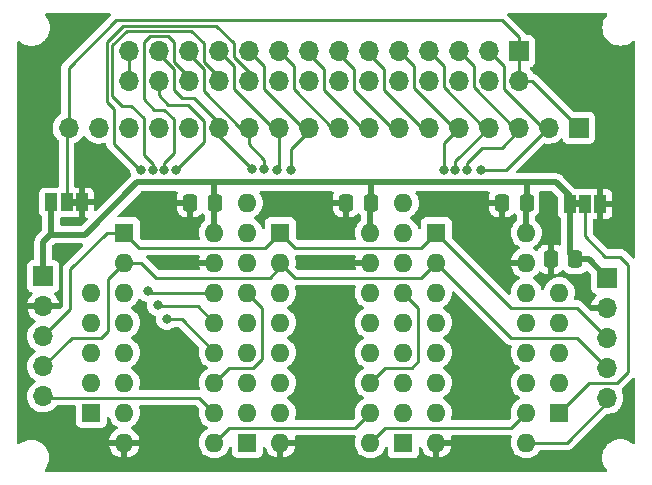
<source format=gbr>
%TF.GenerationSoftware,KiCad,Pcbnew,(6.0.2)*%
%TF.CreationDate,2022-04-30T14:05:32+09:00*%
%TF.ProjectId,joystick-input,6a6f7973-7469-4636-9b2d-696e7075742e,rev?*%
%TF.SameCoordinates,Original*%
%TF.FileFunction,Copper,L1,Top*%
%TF.FilePolarity,Positive*%
%FSLAX46Y46*%
G04 Gerber Fmt 4.6, Leading zero omitted, Abs format (unit mm)*
G04 Created by KiCad (PCBNEW (6.0.2)) date 2022-04-30 14:05:32*
%MOMM*%
%LPD*%
G01*
G04 APERTURE LIST*
G04 Aperture macros list*
%AMRoundRect*
0 Rectangle with rounded corners*
0 $1 Rounding radius*
0 $2 $3 $4 $5 $6 $7 $8 $9 X,Y pos of 4 corners*
0 Add a 4 corners polygon primitive as box body*
4,1,4,$2,$3,$4,$5,$6,$7,$8,$9,$2,$3,0*
0 Add four circle primitives for the rounded corners*
1,1,$1+$1,$2,$3*
1,1,$1+$1,$4,$5*
1,1,$1+$1,$6,$7*
1,1,$1+$1,$8,$9*
0 Add four rect primitives between the rounded corners*
20,1,$1+$1,$2,$3,$4,$5,0*
20,1,$1+$1,$4,$5,$6,$7,0*
20,1,$1+$1,$6,$7,$8,$9,0*
20,1,$1+$1,$8,$9,$2,$3,0*%
G04 Aperture macros list end*
%TA.AperFunction,ComponentPad*%
%ADD10R,1.700000X1.700000*%
%TD*%
%TA.AperFunction,ComponentPad*%
%ADD11O,1.700000X1.700000*%
%TD*%
%TA.AperFunction,ComponentPad*%
%ADD12R,1.600000X1.600000*%
%TD*%
%TA.AperFunction,ComponentPad*%
%ADD13O,1.600000X1.600000*%
%TD*%
%TA.AperFunction,SMDPad,CuDef*%
%ADD14RoundRect,0.250000X0.337500X0.475000X-0.337500X0.475000X-0.337500X-0.475000X0.337500X-0.475000X0*%
%TD*%
%TA.AperFunction,SMDPad,CuDef*%
%ADD15R,1.000000X1.500000*%
%TD*%
%TA.AperFunction,ViaPad*%
%ADD16C,0.800000*%
%TD*%
%TA.AperFunction,Conductor*%
%ADD17C,0.500000*%
%TD*%
%TA.AperFunction,Conductor*%
%ADD18C,0.250000*%
%TD*%
G04 APERTURE END LIST*
%TO.C,SHORT1*%
G36*
X117435200Y-84602600D02*
G01*
X116935200Y-84602600D01*
X116935200Y-84002600D01*
X117435200Y-84002600D01*
X117435200Y-84602600D01*
G37*
%TO.C,PULL1*%
G36*
X160026400Y-84729600D02*
G01*
X159526400Y-84729600D01*
X159526400Y-84129600D01*
X160026400Y-84129600D01*
X160026400Y-84729600D01*
G37*
%TD*%
D10*
%TO.P,J2,1,Pin_1*%
%TO.N,/C_SHORT*%
X154813000Y-71501000D03*
D11*
%TO.P,J2,2,Pin_2*%
X154813000Y-74041000D03*
%TO.P,J2,3,Pin_3*%
%TO.N,/C_P1_UP*%
X152273000Y-71501000D03*
%TO.P,J2,4,Pin_4*%
%TO.N,/C_P2_UP*%
X152273000Y-74041000D03*
%TO.P,J2,5,Pin_5*%
%TO.N,/C_P1_DOWN*%
X149733000Y-71501000D03*
%TO.P,J2,6,Pin_6*%
%TO.N,/C_P2_DOWN*%
X149733000Y-74041000D03*
%TO.P,J2,7,Pin_7*%
%TO.N,/C_P1_LEFT*%
X147193000Y-71501000D03*
%TO.P,J2,8,Pin_8*%
%TO.N,/C_P2_LEFT*%
X147193000Y-74041000D03*
%TO.P,J2,9,Pin_9*%
%TO.N,/C_P1_RIGHT*%
X144653000Y-71501000D03*
%TO.P,J2,10,Pin_10*%
%TO.N,/C_P2_RIGHT*%
X144653000Y-74041000D03*
%TO.P,J2,11,Pin_11*%
%TO.N,/C_P1_START*%
X142113000Y-71501000D03*
%TO.P,J2,12,Pin_12*%
%TO.N,/C_P2_START*%
X142113000Y-74041000D03*
%TO.P,J2,13,Pin_13*%
%TO.N,/C_P1_SELECT*%
X139573000Y-71501000D03*
%TO.P,J2,14,Pin_14*%
%TO.N,/C_P2_SELECT*%
X139573000Y-74041000D03*
%TO.P,J2,15,Pin_15*%
%TO.N,/C_P1_A*%
X137033000Y-71501000D03*
%TO.P,J2,16,Pin_16*%
%TO.N,/C_P2_A*%
X137033000Y-74041000D03*
%TO.P,J2,17,Pin_17*%
%TO.N,/C_P1_B*%
X134493000Y-71501000D03*
%TO.P,J2,18,Pin_18*%
%TO.N,/C_P2_B*%
X134493000Y-74041000D03*
%TO.P,J2,19,Pin_19*%
%TO.N,/C_P1_X*%
X131953000Y-71501000D03*
%TO.P,J2,20,Pin_20*%
%TO.N,/C_P2_X*%
X131953000Y-74041000D03*
%TO.P,J2,21,Pin_21*%
%TO.N,/C_P1_Y*%
X129413000Y-71501000D03*
%TO.P,J2,22,Pin_22*%
%TO.N,/C_P2_Y*%
X129413000Y-74041000D03*
%TO.P,J2,23,Pin_23*%
%TO.N,/C_P1_L*%
X126873000Y-71501000D03*
%TO.P,J2,24,Pin_24*%
%TO.N,/C_P2_L*%
X126873000Y-74041000D03*
%TO.P,J2,25,Pin_25*%
%TO.N,/C_P1_R*%
X124333000Y-71501000D03*
%TO.P,J2,26,Pin_26*%
%TO.N,/C_P2_R*%
X124333000Y-74041000D03*
%TO.P,J2,27,Pin_27*%
%TO.N,/C_SHORT*%
X121793000Y-71501000D03*
%TO.P,J2,28,Pin_28*%
X121793000Y-74041000D03*
%TD*%
D10*
%TO.P,IN1,1,Pin_1*%
%TO.N,VCC*%
X114554000Y-90551000D03*
D11*
%TO.P,IN1,2,Pin_2*%
%TO.N,GND*%
X114554000Y-93091000D03*
%TO.P,IN1,3,Pin_3*%
%TO.N,/LOAD*%
X114554000Y-95631000D03*
%TO.P,IN1,4,Pin_4*%
%TO.N,/CLK*%
X114554000Y-98171000D03*
%TO.P,IN1,5,Pin_5*%
%TO.N,/D_IN*%
X114554000Y-100711000D03*
%TD*%
D10*
%TO.P,J1,1,Pin_1*%
%TO.N,/C_SHORT*%
X159893000Y-77978000D03*
D11*
%TO.P,J1,2,Pin_2*%
%TO.N,/C_P1_UP*%
X157353000Y-77978000D03*
%TO.P,J1,3,Pin_3*%
%TO.N,/C_P1_DOWN*%
X154813000Y-77978000D03*
%TO.P,J1,4,Pin_4*%
%TO.N,/C_P1_LEFT*%
X152273000Y-77978000D03*
%TO.P,J1,5,Pin_5*%
%TO.N,/C_P1_RIGHT*%
X149733000Y-77978000D03*
%TO.P,J1,6,Pin_6*%
%TO.N,/C_P1_START*%
X147193000Y-77978000D03*
%TO.P,J1,7,Pin_7*%
%TO.N,/C_P1_SELECT*%
X144653000Y-77978000D03*
%TO.P,J1,8,Pin_8*%
%TO.N,/C_P1_A*%
X142113000Y-77978000D03*
%TO.P,J1,9,Pin_9*%
%TO.N,/C_P1_B*%
X139573000Y-77978000D03*
%TO.P,J1,10,Pin_10*%
%TO.N,/C_P1_X*%
X137033000Y-77978000D03*
%TO.P,J1,11,Pin_11*%
%TO.N,/C_P1_Y*%
X134493000Y-77978000D03*
%TO.P,J1,12,Pin_12*%
%TO.N,/C_P1_L*%
X131953000Y-77978000D03*
%TO.P,J1,13,Pin_13*%
%TO.N,/C_P1_R*%
X129413000Y-77978000D03*
%TO.P,J1,14,Pin_14*%
%TO.N,/C_P2_UP*%
X126873000Y-77978000D03*
%TO.P,J1,15,Pin_15*%
%TO.N,/C_P2_DOWN*%
X124333000Y-77978000D03*
%TO.P,J1,16,Pin_16*%
%TO.N,/C_P2_LEFT*%
X121793000Y-77978000D03*
%TO.P,J1,17,Pin_17*%
%TO.N,/C_P2_RIGHT*%
X119253000Y-77978000D03*
%TO.P,J1,18,Pin_18*%
%TO.N,/C_SHORT*%
X116713000Y-77978000D03*
%TD*%
D12*
%TO.P,74HC165_1,1,~{PL}*%
%TO.N,/LOAD*%
X147828000Y-86868000D03*
D13*
%TO.P,74HC165_1,2,CP*%
%TO.N,/CLK*%
X147828000Y-89408000D03*
%TO.P,74HC165_1,3,D4*%
%TO.N,/C_P1_RIGHT*%
X147828000Y-91948000D03*
%TO.P,74HC165_1,4,D5*%
%TO.N,/C_P1_LEFT*%
X147828000Y-94488000D03*
%TO.P,74HC165_1,5,D6*%
%TO.N,/C_P1_DOWN*%
X147828000Y-97028000D03*
%TO.P,74HC165_1,6,D7*%
%TO.N,/C_P1_UP*%
X147828000Y-99568000D03*
%TO.P,74HC165_1,7,~{Q7}*%
%TO.N,unconnected-(74HC165_1-Pad7)*%
X147828000Y-102108000D03*
%TO.P,74HC165_1,8,GND*%
%TO.N,GND*%
X147828000Y-104648000D03*
%TO.P,74HC165_1,9,Q7*%
%TO.N,/D_OUT*%
X155448000Y-104648000D03*
%TO.P,74HC165_1,10,DS*%
%TO.N,/D_OUT_2*%
X155448000Y-102108000D03*
%TO.P,74HC165_1,11,D0*%
%TO.N,/C_P1_B*%
X155448000Y-99568000D03*
%TO.P,74HC165_1,12,D1*%
%TO.N,/C_P1_A*%
X155448000Y-97028000D03*
%TO.P,74HC165_1,13,D2*%
%TO.N,/C_P1_SELECT*%
X155448000Y-94488000D03*
%TO.P,74HC165_1,14,D3*%
%TO.N,/C_P1_START*%
X155448000Y-91948000D03*
%TO.P,74HC165_1,15,~{CE}*%
%TO.N,GND*%
X155448000Y-89408000D03*
%TO.P,74HC165_1,16,VCC*%
%TO.N,VCC*%
X155448000Y-86868000D03*
%TD*%
D12*
%TO.P,74HC165_2,1,~{PL}*%
%TO.N,/LOAD*%
X134620000Y-86868000D03*
D13*
%TO.P,74HC165_2,2,CP*%
%TO.N,/CLK*%
X134620000Y-89408000D03*
%TO.P,74HC165_2,3,D4*%
%TO.N,/C_P1_R*%
X134620000Y-91948000D03*
%TO.P,74HC165_2,4,D5*%
%TO.N,/C_P1_L*%
X134620000Y-94488000D03*
%TO.P,74HC165_2,5,D6*%
%TO.N,/C_P1_Y*%
X134620000Y-97028000D03*
%TO.P,74HC165_2,6,D7*%
%TO.N,/C_P1_X*%
X134620000Y-99568000D03*
%TO.P,74HC165_2,7,~{Q7}*%
%TO.N,unconnected-(74HC165_2-Pad7)*%
X134620000Y-102108000D03*
%TO.P,74HC165_2,8,GND*%
%TO.N,GND*%
X134620000Y-104648000D03*
%TO.P,74HC165_2,9,Q7*%
%TO.N,/D_OUT_2*%
X142240000Y-104648000D03*
%TO.P,74HC165_2,10,DS*%
%TO.N,/D_OUT_3*%
X142240000Y-102108000D03*
%TO.P,74HC165_2,11,D0*%
%TO.N,/C_P2_RIGHT*%
X142240000Y-99568000D03*
%TO.P,74HC165_2,12,D1*%
%TO.N,/C_P2_LEFT*%
X142240000Y-97028000D03*
%TO.P,74HC165_2,13,D2*%
%TO.N,/C_P2_DOWN*%
X142240000Y-94488000D03*
%TO.P,74HC165_2,14,D3*%
%TO.N,/C_P2_UP*%
X142240000Y-91948000D03*
%TO.P,74HC165_2,15,~{CE}*%
%TO.N,GND*%
X142240000Y-89408000D03*
%TO.P,74HC165_2,16,VCC*%
%TO.N,VCC*%
X142240000Y-86868000D03*
%TD*%
D14*
%TO.P,C3,1*%
%TO.N,VCC*%
X142261500Y-84328000D03*
%TO.P,C3,2*%
%TO.N,GND*%
X140186500Y-84328000D03*
%TD*%
%TO.P,C4,1*%
%TO.N,VCC*%
X129053500Y-84328000D03*
%TO.P,C4,2*%
%TO.N,GND*%
X126978500Y-84328000D03*
%TD*%
D12*
%TO.P,RN1,1,common*%
%TO.N,/PULL*%
X158242000Y-102108000D03*
D13*
%TO.P,RN1,2,R1*%
%TO.N,/C_P1_B*%
X158242000Y-99568000D03*
%TO.P,RN1,3,R2*%
%TO.N,/C_P1_A*%
X158242000Y-97028000D03*
%TO.P,RN1,4,R3*%
%TO.N,/C_P1_SELECT*%
X158242000Y-94488000D03*
%TO.P,RN1,5,R4*%
%TO.N,/C_P1_START*%
X158242000Y-91948000D03*
%TD*%
D12*
%TO.P,RN4,1,common*%
%TO.N,/PULL*%
X118618000Y-102108000D03*
D13*
%TO.P,RN4,2,R1*%
%TO.N,/C_P2_START*%
X118618000Y-99568000D03*
%TO.P,RN4,3,R2*%
%TO.N,/C_P2_SELECT*%
X118618000Y-97028000D03*
%TO.P,RN4,4,R3*%
%TO.N,/C_P2_A*%
X118618000Y-94488000D03*
%TO.P,RN4,5,R4*%
%TO.N,/C_P2_B*%
X118618000Y-91948000D03*
%TD*%
D12*
%TO.P,RN2,1,common*%
%TO.N,/PULL*%
X145034000Y-104663000D03*
D13*
%TO.P,RN2,2,R1*%
%TO.N,/C_P1_UP*%
X145034000Y-102123000D03*
%TO.P,RN2,3,R2*%
%TO.N,/C_P1_DOWN*%
X145034000Y-99583000D03*
%TO.P,RN2,4,R3*%
%TO.N,/C_P1_LEFT*%
X145034000Y-97043000D03*
%TO.P,RN2,5,R4*%
%TO.N,/C_P1_RIGHT*%
X145034000Y-94503000D03*
%TO.P,RN2,6,R5*%
%TO.N,/C_P2_RIGHT*%
X145034000Y-91963000D03*
%TO.P,RN2,7,R6*%
%TO.N,/C_P2_LEFT*%
X145034000Y-89423000D03*
%TO.P,RN2,8,R7*%
%TO.N,/C_P2_DOWN*%
X145034000Y-86883000D03*
%TO.P,RN2,9,R8*%
%TO.N,/C_P2_UP*%
X145034000Y-84343000D03*
%TD*%
D12*
%TO.P,74HC165_3,1,~{PL}*%
%TO.N,/LOAD*%
X121412000Y-86868000D03*
D13*
%TO.P,74HC165_3,2,CP*%
%TO.N,/CLK*%
X121412000Y-89408000D03*
%TO.P,74HC165_3,3,D4*%
%TO.N,/C_P2_B*%
X121412000Y-91948000D03*
%TO.P,74HC165_3,4,D5*%
%TO.N,/C_P2_A*%
X121412000Y-94488000D03*
%TO.P,74HC165_3,5,D6*%
%TO.N,/C_P2_SELECT*%
X121412000Y-97028000D03*
%TO.P,74HC165_3,6,D7*%
%TO.N,/C_P2_START*%
X121412000Y-99568000D03*
%TO.P,74HC165_3,7,~{Q7}*%
%TO.N,unconnected-(74HC165_3-Pad7)*%
X121412000Y-102108000D03*
%TO.P,74HC165_3,8,GND*%
%TO.N,GND*%
X121412000Y-104648000D03*
%TO.P,74HC165_3,9,Q7*%
%TO.N,/D_OUT_3*%
X129032000Y-104648000D03*
%TO.P,74HC165_3,10,DS*%
%TO.N,/D_IN*%
X129032000Y-102108000D03*
%TO.P,74HC165_3,11,D0*%
%TO.N,/C_P2_R*%
X129032000Y-99568000D03*
%TO.P,74HC165_3,12,D1*%
%TO.N,/C_P2_L*%
X129032000Y-97028000D03*
%TO.P,74HC165_3,13,D2*%
%TO.N,/C_P2_Y*%
X129032000Y-94488000D03*
%TO.P,74HC165_3,14,D3*%
%TO.N,/C_P2_X*%
X129032000Y-91948000D03*
%TO.P,74HC165_3,15,~{CE}*%
%TO.N,GND*%
X129032000Y-89408000D03*
%TO.P,74HC165_3,16,VCC*%
%TO.N,VCC*%
X129032000Y-86868000D03*
%TD*%
D12*
%TO.P,RN3,1,common*%
%TO.N,/PULL*%
X131826000Y-104648000D03*
D13*
%TO.P,RN3,2,R1*%
%TO.N,/C_P1_X*%
X131826000Y-102108000D03*
%TO.P,RN3,3,R2*%
%TO.N,/C_P1_Y*%
X131826000Y-99568000D03*
%TO.P,RN3,4,R3*%
%TO.N,/C_P1_L*%
X131826000Y-97028000D03*
%TO.P,RN3,5,R4*%
%TO.N,/C_P1_R*%
X131826000Y-94488000D03*
%TO.P,RN3,6,R5*%
%TO.N,/C_P2_R*%
X131826000Y-91948000D03*
%TO.P,RN3,7,R6*%
%TO.N,/C_P2_L*%
X131826000Y-89408000D03*
%TO.P,RN3,8,R7*%
%TO.N,/C_P2_Y*%
X131826000Y-86868000D03*
%TO.P,RN3,9,R8*%
%TO.N,/C_P2_X*%
X131826000Y-84328000D03*
%TD*%
D14*
%TO.P,C2,1*%
%TO.N,VCC*%
X155469500Y-84328000D03*
%TO.P,C2,2*%
%TO.N,GND*%
X153394500Y-84328000D03*
%TD*%
D10*
%TO.P,OUT1,1,Pin_1*%
%TO.N,VCC*%
X162306000Y-90678000D03*
D11*
%TO.P,OUT1,2,Pin_2*%
%TO.N,GND*%
X162306000Y-93218000D03*
%TO.P,OUT1,3,Pin_3*%
%TO.N,/LOAD*%
X162306000Y-95758000D03*
%TO.P,OUT1,4,Pin_4*%
%TO.N,/CLK*%
X162306000Y-98298000D03*
%TO.P,OUT1,5,Pin_5*%
%TO.N,/D_OUT*%
X162306000Y-100838000D03*
%TD*%
D15*
%TO.P,SHORT1,3,B*%
%TO.N,VCC*%
X115235200Y-84302600D03*
%TO.P,SHORT1,2,C*%
%TO.N,/C_SHORT*%
X116535200Y-84302600D03*
%TO.P,SHORT1,1,A*%
%TO.N,GND*%
X117835200Y-84302600D03*
%TD*%
%TO.P,PULL1,1,A*%
%TO.N,VCC*%
X159126400Y-84429600D03*
%TO.P,PULL1,2,C*%
%TO.N,/PULL*%
X160426400Y-84429600D03*
%TO.P,PULL1,3,B*%
%TO.N,GND*%
X161726400Y-84429600D03*
%TD*%
D14*
%TO.P,C1,1*%
%TO.N,VCC*%
X159584300Y-89103200D03*
%TO.P,C1,2*%
%TO.N,GND*%
X157509300Y-89103200D03*
%TD*%
D16*
%TO.N,GND*%
X160375600Y-73914000D03*
X161493200Y-73914000D03*
X161493200Y-72898000D03*
X160426400Y-72847200D03*
X126593600Y-89408000D03*
X138430000Y-99415600D03*
X120040400Y-81889600D03*
X138430000Y-89535000D03*
X138430000Y-86233000D03*
X122123200Y-84836000D03*
X147701000Y-84455000D03*
X126619000Y-86487000D03*
X127152400Y-98094800D03*
X124155200Y-98602800D03*
X151688800Y-99466400D03*
%TO.N,/C_P1_UP*%
X151600553Y-81533498D03*
%TO.N,/C_P1_DOWN*%
X150459696Y-81533498D03*
%TO.N,/C_P1_LEFT*%
X149454311Y-81533498D03*
%TO.N,/C_P1_RIGHT*%
X148454808Y-81533498D03*
%TO.N,/C_P1_X*%
X135509000Y-81534000D03*
%TO.N,/C_P1_Y*%
X134366000Y-81533980D03*
%TO.N,/C_P1_L*%
X133264569Y-81502767D03*
%TO.N,/C_P1_R*%
X132224066Y-81487583D03*
%TO.N,/C_P2_X*%
X123444000Y-91821000D03*
X122809000Y-81534000D03*
%TO.N,/C_P2_Y*%
X124256800Y-93014800D03*
X123813383Y-81532848D03*
%TO.N,/C_P2_L*%
X125018800Y-94183200D03*
X124812885Y-81534006D03*
%TO.N,/C_P2_R*%
X125812387Y-81534000D03*
%TD*%
D17*
%TO.N,VCC*%
X159126400Y-84429600D02*
X159126400Y-83739200D01*
X159126400Y-83739200D02*
X157988000Y-82600800D01*
X157988000Y-82600800D02*
X122529600Y-82600800D01*
X115163600Y-87020400D02*
X114554000Y-87630000D01*
X118110000Y-87020400D02*
X115163600Y-87020400D01*
X122529600Y-82600800D02*
X118110000Y-87020400D01*
D18*
%TO.N,/PULL*%
X164084000Y-98653600D02*
X164084000Y-89560400D01*
X162153600Y-88900000D02*
X160426400Y-87172800D01*
X160426400Y-87172800D02*
X160426400Y-84429600D01*
X163169600Y-99568000D02*
X164084000Y-98653600D01*
X163423600Y-88900000D02*
X162153600Y-88900000D01*
X160782000Y-99568000D02*
X163169600Y-99568000D01*
X158242000Y-102108000D02*
X160782000Y-99568000D01*
X164084000Y-89560400D02*
X163423600Y-88900000D01*
D17*
%TO.N,VCC*%
X159126400Y-88645300D02*
X159126400Y-84429600D01*
X159584300Y-89103200D02*
X159126400Y-88645300D01*
D18*
%TO.N,/C_P2_RIGHT*%
X146304000Y-97739200D02*
X146304000Y-93233000D01*
X146304000Y-93233000D02*
X145034000Y-91963000D01*
X145745200Y-98298000D02*
X146304000Y-97739200D01*
X142240000Y-99568000D02*
X143510000Y-98298000D01*
X143510000Y-98298000D02*
X145745200Y-98298000D01*
%TO.N,/C_P2_R*%
X133096000Y-97586800D02*
X133096000Y-93218000D01*
X132334000Y-98348800D02*
X133096000Y-97586800D01*
X130251200Y-98348800D02*
X132334000Y-98348800D01*
X133096000Y-93218000D02*
X131826000Y-91948000D01*
X129032000Y-99568000D02*
X130251200Y-98348800D01*
D17*
%TO.N,VCC*%
X129032000Y-84306500D02*
X129032000Y-82600800D01*
X129053500Y-84328000D02*
X129032000Y-84306500D01*
X155469500Y-84328000D02*
X155469500Y-82731700D01*
X142261500Y-84328000D02*
X142261500Y-82600800D01*
X114554000Y-87630000D02*
X115235200Y-86948800D01*
X162306000Y-90678000D02*
X160731200Y-89103200D01*
X155448000Y-84349500D02*
X155469500Y-84328000D01*
X114554000Y-90551000D02*
X114554000Y-87630000D01*
X115235200Y-86948800D02*
X115235200Y-84302600D01*
X129032000Y-86868000D02*
X129032000Y-84349500D01*
X142240000Y-84349500D02*
X142261500Y-84328000D01*
X155448000Y-86868000D02*
X155448000Y-84349500D01*
X160731200Y-89103200D02*
X159584300Y-89103200D01*
X129032000Y-84349500D02*
X129053500Y-84328000D01*
X142240000Y-86868000D02*
X142240000Y-84349500D01*
D18*
%TO.N,/D_IN*%
X114554000Y-100711000D02*
X114681000Y-100838000D01*
X114681000Y-100838000D02*
X127762000Y-100838000D01*
X127762000Y-100838000D02*
X129032000Y-102108000D01*
%TO.N,/D_OUT*%
X162306000Y-101219000D02*
X162306000Y-100838000D01*
X155448000Y-104648000D02*
X158877000Y-104648000D01*
X158877000Y-104648000D02*
X162306000Y-101219000D01*
%TO.N,/LOAD*%
X159766000Y-93218000D02*
X154178000Y-93218000D01*
X121412000Y-86868000D02*
X119938800Y-86868000D01*
X133350000Y-88138000D02*
X134620000Y-86868000D01*
X162306000Y-95758000D02*
X159766000Y-93218000D01*
X146558000Y-88138000D02*
X147828000Y-86868000D01*
X121412000Y-86868000D02*
X122682000Y-88138000D01*
X134620000Y-86868000D02*
X135890000Y-88138000D01*
X154178000Y-93218000D02*
X147828000Y-86868000D01*
X122682000Y-88138000D02*
X133350000Y-88138000D01*
X116840000Y-93345000D02*
X114554000Y-95631000D01*
X116840000Y-89966800D02*
X116840000Y-93345000D01*
X119938800Y-86868000D02*
X116840000Y-89966800D01*
X135890000Y-88138000D02*
X146558000Y-88138000D01*
%TO.N,/CLK*%
X124079000Y-90678000D02*
X133731000Y-90678000D01*
X122809000Y-89408000D02*
X124079000Y-90678000D01*
X119483278Y-95758000D02*
X120040400Y-95200878D01*
X114554000Y-98171000D02*
X116967000Y-95758000D01*
X154178000Y-95758000D02*
X147828000Y-89408000D01*
X120040400Y-90779600D02*
X121412000Y-89408000D01*
X135890000Y-90678000D02*
X134620000Y-89408000D01*
X120040400Y-95200878D02*
X120040400Y-90779600D01*
X159766000Y-95758000D02*
X154178000Y-95758000D01*
X121412000Y-89408000D02*
X122809000Y-89408000D01*
X133731000Y-90678000D02*
X134620000Y-89789000D01*
X116967000Y-95758000D02*
X119483278Y-95758000D01*
X147828000Y-89408000D02*
X146558000Y-90678000D01*
X134620000Y-89789000D02*
X134620000Y-89408000D01*
X146558000Y-90678000D02*
X135890000Y-90678000D01*
X162306000Y-98298000D02*
X159766000Y-95758000D01*
%TO.N,/C_P1_START*%
X143383000Y-73025000D02*
X142113000Y-71755000D01*
X147320000Y-77978000D02*
X146596998Y-77978000D01*
X143383000Y-74764002D02*
X143383000Y-73025000D01*
X146596998Y-77978000D02*
X143383000Y-74764002D01*
%TO.N,/C_P1_SELECT*%
X144056998Y-77978000D02*
X140843000Y-74764002D01*
X140843000Y-73025000D02*
X139573000Y-71755000D01*
X140843000Y-74764002D02*
X140843000Y-73025000D01*
X144780000Y-77978000D02*
X144056998Y-77978000D01*
%TO.N,/C_P1_A*%
X142240000Y-77978000D02*
X141516998Y-77978000D01*
X141516998Y-77978000D02*
X138303000Y-74764002D01*
X138303000Y-74764002D02*
X138303000Y-73025000D01*
X138303000Y-73025000D02*
X137033000Y-71755000D01*
%TO.N,/C_P1_B*%
X139573000Y-77978000D02*
X139020999Y-77978000D01*
X135763000Y-74720001D02*
X135763000Y-72771000D01*
X135763000Y-72771000D02*
X134493000Y-71501000D01*
X139020999Y-77978000D02*
X135763000Y-74720001D01*
%TO.N,/C_P1_UP*%
X156845000Y-77978000D02*
X153543000Y-74676000D01*
X153543000Y-72771000D02*
X152273000Y-71501000D01*
X157327600Y-77978000D02*
X157353000Y-77978000D01*
X151600553Y-81533498D02*
X153772102Y-81533498D01*
X157353000Y-77978000D02*
X156845000Y-77978000D01*
X153543000Y-74676000D02*
X153543000Y-72771000D01*
X153772102Y-81533498D02*
X157327600Y-77978000D01*
%TO.N,/C_P1_DOWN*%
X151739600Y-79654400D02*
X153365200Y-79654400D01*
X151003000Y-74549000D02*
X151003000Y-72771000D01*
X154432000Y-77978000D02*
X151003000Y-74549000D01*
X150459696Y-80934304D02*
X151739600Y-79654400D01*
X154611119Y-77978000D02*
X154347555Y-77978000D01*
X150459696Y-81533498D02*
X150459696Y-80934304D01*
X154813000Y-77978000D02*
X154432000Y-77978000D01*
X154813000Y-78206600D02*
X154813000Y-77978000D01*
X151003000Y-72771000D02*
X149733000Y-71501000D01*
X154347555Y-77978000D02*
X154813000Y-77978000D01*
X153365200Y-79654400D02*
X154813000Y-78206600D01*
X154611119Y-77978000D02*
X154813000Y-77978000D01*
%TO.N,/C_P1_LEFT*%
X151892000Y-77978000D02*
X148463000Y-74549000D01*
X149454311Y-81533498D02*
X149454311Y-80796689D01*
X148463000Y-72771000D02*
X147193000Y-71501000D01*
X148463000Y-74549000D02*
X148463000Y-72771000D01*
X152273000Y-77978000D02*
X151892000Y-77978000D01*
X149454311Y-80796689D02*
X152273000Y-77978000D01*
%TO.N,/C_P1_RIGHT*%
X149307999Y-77978000D02*
X149733000Y-77978000D01*
X145923000Y-72771000D02*
X145923000Y-74593001D01*
X148454808Y-79256192D02*
X149733000Y-77978000D01*
X148454808Y-81533498D02*
X148454808Y-79256192D01*
X145923000Y-74593001D02*
X149307999Y-77978000D01*
X144653000Y-71501000D02*
X145923000Y-72771000D01*
%TO.N,/C_P1_X*%
X136525000Y-77978000D02*
X133223000Y-74676000D01*
X135509000Y-81534000D02*
X135509000Y-79756000D01*
X135509000Y-79756000D02*
X137033000Y-78232000D01*
X133223000Y-72771000D02*
X131953000Y-71501000D01*
X137033000Y-78232000D02*
X137033000Y-77978000D01*
X137033000Y-77978000D02*
X136525000Y-77978000D01*
X133223000Y-74676000D02*
X133223000Y-72771000D01*
%TO.N,/C_P1_Y*%
X133985000Y-77978000D02*
X130683000Y-74676000D01*
X130683000Y-74676000D02*
X130683000Y-72771000D01*
X134493000Y-81406980D02*
X134366000Y-81533980D01*
X130683000Y-72771000D02*
X129413000Y-71501000D01*
X134493000Y-77978000D02*
X134493000Y-81406980D01*
X134493000Y-77978000D02*
X133985000Y-77978000D01*
%TO.N,/C_P1_L*%
X133264569Y-80686569D02*
X133264569Y-81502767D01*
X131953000Y-79375000D02*
X133264569Y-80686569D01*
X131953000Y-77978000D02*
X131216400Y-77978000D01*
X128143000Y-74904600D02*
X128143000Y-73025000D01*
X128143000Y-73025000D02*
X126873000Y-71755000D01*
X131953000Y-77978000D02*
X131953000Y-79375000D01*
X131216400Y-77978000D02*
X128143000Y-74904600D01*
%TO.N,/C_P1_R*%
X125603000Y-74764002D02*
X125603000Y-73025000D01*
X126327798Y-75488800D02*
X125603000Y-74764002D01*
X129413000Y-77978000D02*
X129413000Y-77597000D01*
X129413000Y-77978000D02*
X129413000Y-78663800D01*
X125603000Y-73025000D02*
X124333000Y-71755000D01*
X129413000Y-77597000D02*
X127304800Y-75488800D01*
X129413000Y-78663800D02*
X132224066Y-81474866D01*
X132224066Y-81474866D02*
X132224066Y-81487583D01*
X127304800Y-75488800D02*
X126327798Y-75488800D01*
%TO.N,/C_P2_X*%
X123444000Y-91821000D02*
X123571000Y-91948000D01*
X129171978Y-69330978D02*
X130683000Y-70842000D01*
X119914501Y-75820101D02*
X119914501Y-70711088D01*
X123571000Y-91948000D02*
X129032000Y-91948000D01*
X120523000Y-76428600D02*
X119914501Y-75820101D01*
X122809000Y-81534000D02*
X122712022Y-81534000D01*
X119914501Y-70711088D02*
X121294611Y-69330978D01*
X120523000Y-79344978D02*
X120523000Y-76428600D01*
X131953000Y-73240002D02*
X131953000Y-74041000D01*
X130683000Y-71970002D02*
X131953000Y-73240002D01*
X121294611Y-69330978D02*
X129171978Y-69330978D01*
X122712022Y-81534000D02*
X120523000Y-79344978D01*
X130683000Y-70842000D02*
X130683000Y-71970002D01*
%TO.N,/C_P2_Y*%
X127635000Y-93091000D02*
X129032000Y-94488000D01*
X128143000Y-70842000D02*
X128143000Y-72388590D01*
X123063000Y-80264000D02*
X123063000Y-77190600D01*
X124256800Y-93014800D02*
X124333000Y-93091000D01*
X120396000Y-75285600D02*
X120396000Y-70993000D01*
X123813383Y-81532848D02*
X123813383Y-81014383D01*
X123063000Y-77190600D02*
X121970800Y-76098400D01*
X121970800Y-76098400D02*
X121208800Y-76098400D01*
X125281400Y-69780989D02*
X125292422Y-69792011D01*
X125292422Y-69792011D02*
X127093011Y-69792011D01*
X120396000Y-70993000D02*
X121608011Y-69780989D01*
X124333000Y-93091000D02*
X127635000Y-93091000D01*
X123813383Y-81014383D02*
X123063000Y-80264000D01*
X129413000Y-73658590D02*
X129413000Y-74041000D01*
X121208800Y-76098400D02*
X120396000Y-75285600D01*
X127093011Y-69792011D02*
X128143000Y-70842000D01*
X128143000Y-72388590D02*
X129413000Y-73658590D01*
X121608011Y-69780989D02*
X125281400Y-69780989D01*
%TO.N,/C_P2_L*%
X125603000Y-77241400D02*
X124815600Y-76454000D01*
X125603000Y-72388590D02*
X126873000Y-73658590D01*
X124812885Y-80927115D02*
X125603000Y-80137000D01*
X124812885Y-81534006D02*
X124812885Y-80927115D01*
X123952000Y-76454000D02*
X123063000Y-75565000D01*
X126288800Y-94183200D02*
X129032000Y-96926400D01*
X123063000Y-75565000D02*
X123063000Y-70739000D01*
X126873000Y-73658590D02*
X126873000Y-74041000D01*
X125095000Y-70231000D02*
X125603000Y-70739000D01*
X125603000Y-70739000D02*
X125603000Y-72388590D01*
X124815600Y-76454000D02*
X123952000Y-76454000D01*
X123571000Y-70231000D02*
X125095000Y-70231000D01*
X129032000Y-96926400D02*
X129032000Y-97028000D01*
X123063000Y-70739000D02*
X123571000Y-70231000D01*
X125018800Y-94183200D02*
X126288800Y-94183200D01*
X125603000Y-80137000D02*
X125603000Y-77241400D01*
%TO.N,/C_P2_R*%
X128168400Y-77369118D02*
X126814292Y-76015010D01*
X126814292Y-76015010D02*
X125104929Y-76015010D01*
X125812387Y-81534000D02*
X125831600Y-81534000D01*
X125831600Y-81534000D02*
X128168400Y-79197200D01*
X125104929Y-76015010D02*
X124333000Y-75243081D01*
X128168400Y-79197200D02*
X128168400Y-77369118D01*
X124333000Y-75243081D02*
X124333000Y-74041000D01*
%TO.N,/C_SHORT*%
X154813000Y-71501000D02*
X154813000Y-74041000D01*
X121793000Y-71755000D02*
X121793000Y-74295000D01*
X116713000Y-72923400D02*
X120754942Y-68881458D01*
X116713000Y-77978000D02*
X116713000Y-72923400D01*
X116535200Y-78155800D02*
X116713000Y-77978000D01*
X154813000Y-70332600D02*
X154813000Y-71501000D01*
X155956000Y-74041000D02*
X159893000Y-77978000D01*
X120754942Y-68881458D02*
X153361858Y-68881458D01*
X154813000Y-74041000D02*
X155956000Y-74041000D01*
X116535200Y-84302600D02*
X116535200Y-78155800D01*
X153361858Y-68881458D02*
X154813000Y-70332600D01*
%TO.N,/D_OUT_2*%
X143510000Y-103378000D02*
X154178000Y-103378000D01*
X154178000Y-103378000D02*
X155448000Y-102108000D01*
X142240000Y-104648000D02*
X143510000Y-103378000D01*
%TO.N,/D_OUT_3*%
X130302000Y-103378000D02*
X140970000Y-103378000D01*
X129032000Y-104648000D02*
X130302000Y-103378000D01*
X140970000Y-103378000D02*
X142240000Y-102108000D01*
%TD*%
%TA.AperFunction,Conductor*%
%TO.N,GND*%
G36*
X120241926Y-68282502D02*
G01*
X120288419Y-68336158D01*
X120298523Y-68406432D01*
X120269029Y-68471012D01*
X120262900Y-68477595D01*
X116320747Y-72419748D01*
X116312461Y-72427288D01*
X116305982Y-72431400D01*
X116300557Y-72437177D01*
X116259357Y-72481051D01*
X116256602Y-72483893D01*
X116236865Y-72503630D01*
X116234385Y-72506827D01*
X116226682Y-72515847D01*
X116196414Y-72548079D01*
X116192595Y-72555025D01*
X116192593Y-72555028D01*
X116186652Y-72565834D01*
X116175801Y-72582353D01*
X116163386Y-72598359D01*
X116160241Y-72605628D01*
X116160238Y-72605632D01*
X116145826Y-72638937D01*
X116140609Y-72649587D01*
X116119305Y-72688340D01*
X116117334Y-72696015D01*
X116117334Y-72696016D01*
X116114267Y-72707962D01*
X116107863Y-72726666D01*
X116099819Y-72745255D01*
X116098580Y-72753078D01*
X116098577Y-72753088D01*
X116092901Y-72788924D01*
X116090495Y-72800544D01*
X116081472Y-72835689D01*
X116079500Y-72843370D01*
X116079500Y-72863624D01*
X116077949Y-72883334D01*
X116074780Y-72903343D01*
X116075526Y-72911235D01*
X116078941Y-72947361D01*
X116079500Y-72959219D01*
X116079500Y-76699692D01*
X116059498Y-76767813D01*
X116011683Y-76811453D01*
X115986607Y-76824507D01*
X115982474Y-76827610D01*
X115982471Y-76827612D01*
X115812100Y-76955530D01*
X115807965Y-76958635D01*
X115653629Y-77120138D01*
X115527743Y-77304680D01*
X115433688Y-77507305D01*
X115373989Y-77722570D01*
X115350251Y-77944695D01*
X115363110Y-78167715D01*
X115364247Y-78172761D01*
X115364248Y-78172767D01*
X115388304Y-78279508D01*
X115412222Y-78385639D01*
X115496266Y-78592616D01*
X115533685Y-78653678D01*
X115610291Y-78778688D01*
X115612987Y-78783088D01*
X115759250Y-78951938D01*
X115833124Y-79013270D01*
X115856185Y-79032415D01*
X115895820Y-79091318D01*
X115901700Y-79129359D01*
X115901700Y-82918100D01*
X115881698Y-82986221D01*
X115828042Y-83032714D01*
X115775700Y-83044100D01*
X114687066Y-83044100D01*
X114624884Y-83050855D01*
X114488495Y-83101985D01*
X114371939Y-83189339D01*
X114284585Y-83305895D01*
X114233455Y-83442284D01*
X114226700Y-83504466D01*
X114226700Y-85100734D01*
X114233455Y-85162916D01*
X114284585Y-85299305D01*
X114371939Y-85415861D01*
X114426265Y-85456576D01*
X114468780Y-85513435D01*
X114476700Y-85557402D01*
X114476700Y-86582429D01*
X114456698Y-86650550D01*
X114439795Y-86671524D01*
X114065089Y-87046230D01*
X114050677Y-87058616D01*
X114039082Y-87067149D01*
X114039077Y-87067154D01*
X114033182Y-87071492D01*
X114028443Y-87077070D01*
X114028440Y-87077073D01*
X113998965Y-87111768D01*
X113992035Y-87119284D01*
X113986340Y-87124979D01*
X113984060Y-87127861D01*
X113968719Y-87147251D01*
X113965928Y-87150655D01*
X113923409Y-87200703D01*
X113918667Y-87206285D01*
X113915339Y-87212801D01*
X113911972Y-87217850D01*
X113908805Y-87222979D01*
X113904266Y-87228716D01*
X113873345Y-87294875D01*
X113871442Y-87298769D01*
X113838231Y-87363808D01*
X113836492Y-87370916D01*
X113834393Y-87376559D01*
X113832476Y-87382322D01*
X113829378Y-87388950D01*
X113827888Y-87396112D01*
X113827888Y-87396113D01*
X113814514Y-87460412D01*
X113813544Y-87464696D01*
X113796192Y-87535610D01*
X113795500Y-87546764D01*
X113795464Y-87546762D01*
X113795225Y-87550755D01*
X113794851Y-87554947D01*
X113793360Y-87562115D01*
X113793558Y-87569432D01*
X113795454Y-87639521D01*
X113795500Y-87642928D01*
X113795500Y-89066500D01*
X113775498Y-89134621D01*
X113721842Y-89181114D01*
X113669500Y-89192500D01*
X113655866Y-89192500D01*
X113593684Y-89199255D01*
X113457295Y-89250385D01*
X113340739Y-89337739D01*
X113253385Y-89454295D01*
X113202255Y-89590684D01*
X113195500Y-89652866D01*
X113195500Y-91449134D01*
X113202255Y-91511316D01*
X113253385Y-91647705D01*
X113340739Y-91764261D01*
X113457295Y-91851615D01*
X113465704Y-91854767D01*
X113465705Y-91854768D01*
X113574960Y-91895726D01*
X113631725Y-91938367D01*
X113656425Y-92004929D01*
X113641218Y-92074278D01*
X113621825Y-92100759D01*
X113498590Y-92229717D01*
X113492104Y-92237727D01*
X113372098Y-92413649D01*
X113367000Y-92422623D01*
X113277338Y-92615783D01*
X113273775Y-92625470D01*
X113218389Y-92825183D01*
X113219912Y-92833607D01*
X113232292Y-92837000D01*
X115872344Y-92837000D01*
X115885875Y-92833027D01*
X115887180Y-92823947D01*
X115845214Y-92656875D01*
X115841894Y-92647124D01*
X115756972Y-92451814D01*
X115752105Y-92442739D01*
X115636426Y-92263926D01*
X115630136Y-92255757D01*
X115486293Y-92097677D01*
X115455241Y-92033831D01*
X115463635Y-91963333D01*
X115508812Y-91908564D01*
X115535256Y-91894895D01*
X115642297Y-91854767D01*
X115650705Y-91851615D01*
X115767261Y-91764261D01*
X115854615Y-91647705D01*
X115905745Y-91511316D01*
X115912500Y-91449134D01*
X115912500Y-89652866D01*
X115905745Y-89590684D01*
X115854615Y-89454295D01*
X115767261Y-89337739D01*
X115650705Y-89250385D01*
X115514316Y-89199255D01*
X115452134Y-89192500D01*
X115438500Y-89192500D01*
X115370379Y-89172498D01*
X115323886Y-89118842D01*
X115312500Y-89066500D01*
X115312500Y-87996371D01*
X115332502Y-87928250D01*
X115349405Y-87907276D01*
X115440876Y-87815805D01*
X115503188Y-87781779D01*
X115529971Y-87778900D01*
X117827806Y-87778900D01*
X117895927Y-87798902D01*
X117942420Y-87852558D01*
X117952524Y-87922832D01*
X117923030Y-87987412D01*
X117916903Y-87993993D01*
X117164152Y-88746743D01*
X116447747Y-89463148D01*
X116439461Y-89470688D01*
X116432982Y-89474800D01*
X116427557Y-89480577D01*
X116386357Y-89524451D01*
X116383602Y-89527293D01*
X116363865Y-89547030D01*
X116361385Y-89550227D01*
X116353682Y-89559247D01*
X116323414Y-89591479D01*
X116319595Y-89598425D01*
X116319593Y-89598428D01*
X116313652Y-89609234D01*
X116302801Y-89625753D01*
X116290386Y-89641759D01*
X116287241Y-89649028D01*
X116287238Y-89649032D01*
X116272826Y-89682337D01*
X116267609Y-89692987D01*
X116246305Y-89731740D01*
X116244334Y-89739415D01*
X116244334Y-89739416D01*
X116241267Y-89751362D01*
X116234863Y-89770066D01*
X116234668Y-89770518D01*
X116226819Y-89788655D01*
X116225580Y-89796478D01*
X116225577Y-89796488D01*
X116219901Y-89832324D01*
X116217495Y-89843944D01*
X116210230Y-89872243D01*
X116206500Y-89886770D01*
X116206500Y-89907024D01*
X116204949Y-89926734D01*
X116201780Y-89946743D01*
X116202526Y-89954635D01*
X116205941Y-89990761D01*
X116206500Y-90002619D01*
X116206500Y-93030405D01*
X116186498Y-93098526D01*
X116169595Y-93119500D01*
X115980653Y-93308442D01*
X115918341Y-93342468D01*
X115890351Y-93341547D01*
X115890351Y-93345000D01*
X113237225Y-93345000D01*
X113223694Y-93348973D01*
X113222257Y-93358966D01*
X113252565Y-93493446D01*
X113255645Y-93503275D01*
X113335770Y-93700603D01*
X113340413Y-93709794D01*
X113451694Y-93891388D01*
X113457777Y-93899699D01*
X113597213Y-94060667D01*
X113604580Y-94067883D01*
X113768434Y-94203916D01*
X113776881Y-94209831D01*
X113845969Y-94250203D01*
X113894693Y-94301842D01*
X113907764Y-94371625D01*
X113881033Y-94437396D01*
X113840584Y-94470752D01*
X113827607Y-94477507D01*
X113823474Y-94480610D01*
X113823471Y-94480612D01*
X113653100Y-94608530D01*
X113648965Y-94611635D01*
X113645393Y-94615373D01*
X113506180Y-94761051D01*
X113494629Y-94773138D01*
X113491715Y-94777410D01*
X113491714Y-94777411D01*
X113478420Y-94796900D01*
X113368743Y-94957680D01*
X113361020Y-94974318D01*
X113282979Y-95142444D01*
X113274688Y-95160305D01*
X113214989Y-95375570D01*
X113191251Y-95597695D01*
X113191548Y-95602848D01*
X113191548Y-95602851D01*
X113201359Y-95773000D01*
X113204110Y-95820715D01*
X113205247Y-95825761D01*
X113205248Y-95825767D01*
X113219832Y-95890477D01*
X113253222Y-96038639D01*
X113301079Y-96156498D01*
X113333110Y-96235380D01*
X113337266Y-96245616D01*
X113372283Y-96302758D01*
X113438921Y-96411502D01*
X113453987Y-96436088D01*
X113600250Y-96604938D01*
X113772126Y-96747632D01*
X113810091Y-96769817D01*
X113845445Y-96790476D01*
X113894169Y-96842114D01*
X113907240Y-96911897D01*
X113880509Y-96977669D01*
X113840055Y-97011027D01*
X113827607Y-97017507D01*
X113823474Y-97020610D01*
X113823471Y-97020612D01*
X113653100Y-97148530D01*
X113648965Y-97151635D01*
X113645393Y-97155373D01*
X113506180Y-97301051D01*
X113494629Y-97313138D01*
X113491715Y-97317410D01*
X113491714Y-97317411D01*
X113478420Y-97336900D01*
X113368743Y-97497680D01*
X113337050Y-97565957D01*
X113284224Y-97679762D01*
X113274688Y-97700305D01*
X113214989Y-97915570D01*
X113191251Y-98137695D01*
X113191548Y-98142848D01*
X113191548Y-98142851D01*
X113201202Y-98310288D01*
X113204110Y-98360715D01*
X113205247Y-98365761D01*
X113205248Y-98365767D01*
X113219832Y-98430477D01*
X113253222Y-98578639D01*
X113291461Y-98672811D01*
X113326303Y-98758616D01*
X113337266Y-98785616D01*
X113339965Y-98790020D01*
X113450041Y-98969648D01*
X113453987Y-98976088D01*
X113600250Y-99144938D01*
X113772126Y-99287632D01*
X113810091Y-99309817D01*
X113845445Y-99330476D01*
X113894169Y-99382114D01*
X113907240Y-99451897D01*
X113880509Y-99517669D01*
X113840055Y-99551027D01*
X113827607Y-99557507D01*
X113823474Y-99560610D01*
X113823471Y-99560612D01*
X113657128Y-99685506D01*
X113648965Y-99691635D01*
X113494629Y-99853138D01*
X113491715Y-99857410D01*
X113491714Y-99857411D01*
X113479404Y-99875457D01*
X113368743Y-100037680D01*
X113352561Y-100072542D01*
X113284224Y-100219762D01*
X113274688Y-100240305D01*
X113214989Y-100455570D01*
X113191251Y-100677695D01*
X113191548Y-100682848D01*
X113191548Y-100682851D01*
X113200688Y-100841365D01*
X113204110Y-100900715D01*
X113205247Y-100905761D01*
X113205248Y-100905767D01*
X113219832Y-100970477D01*
X113253222Y-101118639D01*
X113285319Y-101197684D01*
X113318216Y-101278700D01*
X113337266Y-101325616D01*
X113339965Y-101330020D01*
X113438921Y-101491502D01*
X113453987Y-101516088D01*
X113600250Y-101684938D01*
X113772126Y-101827632D01*
X113965000Y-101940338D01*
X114173692Y-102020030D01*
X114178760Y-102021061D01*
X114178763Y-102021062D01*
X114286017Y-102042883D01*
X114392597Y-102064567D01*
X114397772Y-102064757D01*
X114397774Y-102064757D01*
X114610673Y-102072564D01*
X114610677Y-102072564D01*
X114615837Y-102072753D01*
X114620957Y-102072097D01*
X114620959Y-102072097D01*
X114832288Y-102045025D01*
X114832289Y-102045025D01*
X114837416Y-102044368D01*
X114842366Y-102042883D01*
X115046429Y-101981661D01*
X115046434Y-101981659D01*
X115051384Y-101980174D01*
X115251994Y-101881896D01*
X115433860Y-101752173D01*
X115464652Y-101721489D01*
X115537097Y-101649296D01*
X115592096Y-101594489D01*
X115642766Y-101523974D01*
X115698761Y-101480326D01*
X115745089Y-101471500D01*
X117183500Y-101471500D01*
X117251621Y-101491502D01*
X117298114Y-101545158D01*
X117309500Y-101597500D01*
X117309500Y-102956134D01*
X117316255Y-103018316D01*
X117367385Y-103154705D01*
X117454739Y-103271261D01*
X117571295Y-103358615D01*
X117707684Y-103409745D01*
X117769866Y-103416500D01*
X119466134Y-103416500D01*
X119528316Y-103409745D01*
X119664705Y-103358615D01*
X119781261Y-103271261D01*
X119868615Y-103154705D01*
X119919745Y-103018316D01*
X119926500Y-102956134D01*
X119926500Y-102576758D01*
X119946502Y-102508637D01*
X120000158Y-102462144D01*
X120070432Y-102452040D01*
X120135012Y-102481534D01*
X120174207Y-102544147D01*
X120177716Y-102557243D01*
X120180039Y-102562224D01*
X120180039Y-102562225D01*
X120272151Y-102759762D01*
X120272154Y-102759767D01*
X120274477Y-102764749D01*
X120405802Y-102952300D01*
X120567700Y-103114198D01*
X120572208Y-103117355D01*
X120572211Y-103117357D01*
X120583912Y-103125550D01*
X120755251Y-103245523D01*
X120760233Y-103247846D01*
X120760238Y-103247849D01*
X120795049Y-103264081D01*
X120848334Y-103310998D01*
X120867795Y-103379275D01*
X120847253Y-103447235D01*
X120795049Y-103492471D01*
X120760489Y-103508586D01*
X120750993Y-103514069D01*
X120572533Y-103639028D01*
X120564125Y-103646084D01*
X120410084Y-103800125D01*
X120403028Y-103808533D01*
X120278069Y-103986993D01*
X120272586Y-103996489D01*
X120180510Y-104193947D01*
X120176764Y-104204239D01*
X120130606Y-104376503D01*
X120130942Y-104390599D01*
X120138884Y-104394000D01*
X122679967Y-104394000D01*
X122693498Y-104390027D01*
X122694727Y-104381478D01*
X122647236Y-104204239D01*
X122643490Y-104193947D01*
X122551414Y-103996489D01*
X122545931Y-103986993D01*
X122420972Y-103808533D01*
X122413916Y-103800125D01*
X122259875Y-103646084D01*
X122251467Y-103639028D01*
X122073007Y-103514069D01*
X122063511Y-103508586D01*
X122028951Y-103492471D01*
X121975666Y-103445554D01*
X121956205Y-103377277D01*
X121976747Y-103309317D01*
X122028951Y-103264081D01*
X122063762Y-103247849D01*
X122063767Y-103247846D01*
X122068749Y-103245523D01*
X122240088Y-103125550D01*
X122251789Y-103117357D01*
X122251792Y-103117355D01*
X122256300Y-103114198D01*
X122418198Y-102952300D01*
X122549523Y-102764749D01*
X122551846Y-102759767D01*
X122551849Y-102759762D01*
X122643961Y-102562225D01*
X122643961Y-102562224D01*
X122646284Y-102557243D01*
X122685284Y-102411696D01*
X122704119Y-102341402D01*
X122704120Y-102341398D01*
X122705543Y-102336087D01*
X122725498Y-102108000D01*
X122705543Y-101879913D01*
X122703537Y-101872427D01*
X122647707Y-101664067D01*
X122647706Y-101664064D01*
X122646284Y-101658757D01*
X122642552Y-101650753D01*
X122642331Y-101649296D01*
X122642078Y-101648602D01*
X122642218Y-101648551D01*
X122631889Y-101580562D01*
X122660867Y-101515748D01*
X122720285Y-101476890D01*
X122756745Y-101471500D01*
X127447406Y-101471500D01*
X127515527Y-101491502D01*
X127536501Y-101508405D01*
X127722848Y-101694752D01*
X127756874Y-101757064D01*
X127755459Y-101816459D01*
X127739882Y-101874591D01*
X127739881Y-101874598D01*
X127738457Y-101879913D01*
X127718502Y-102108000D01*
X127738457Y-102336087D01*
X127739880Y-102341398D01*
X127739881Y-102341402D01*
X127758717Y-102411696D01*
X127797716Y-102557243D01*
X127800039Y-102562224D01*
X127800039Y-102562225D01*
X127892151Y-102759762D01*
X127892154Y-102759767D01*
X127894477Y-102764749D01*
X128025802Y-102952300D01*
X128187700Y-103114198D01*
X128192208Y-103117355D01*
X128192211Y-103117357D01*
X128203912Y-103125550D01*
X128375251Y-103245523D01*
X128380233Y-103247846D01*
X128380238Y-103247849D01*
X128414457Y-103263805D01*
X128467742Y-103310722D01*
X128487203Y-103378999D01*
X128466661Y-103446959D01*
X128414457Y-103492195D01*
X128380238Y-103508151D01*
X128380233Y-103508154D01*
X128375251Y-103510477D01*
X128303908Y-103560432D01*
X128192211Y-103638643D01*
X128192208Y-103638645D01*
X128187700Y-103641802D01*
X128025802Y-103803700D01*
X127894477Y-103991251D01*
X127892154Y-103996233D01*
X127892151Y-103996238D01*
X127812315Y-104167449D01*
X127797716Y-104198757D01*
X127796294Y-104204065D01*
X127796293Y-104204067D01*
X127741724Y-104407720D01*
X127738457Y-104419913D01*
X127718502Y-104648000D01*
X127738457Y-104876087D01*
X127739881Y-104881400D01*
X127739881Y-104881402D01*
X127796247Y-105091759D01*
X127797716Y-105097243D01*
X127800039Y-105102224D01*
X127800039Y-105102225D01*
X127892151Y-105299762D01*
X127892154Y-105299767D01*
X127894477Y-105304749D01*
X127967902Y-105409611D01*
X127993104Y-105445602D01*
X128025802Y-105492300D01*
X128187700Y-105654198D01*
X128192208Y-105657355D01*
X128192211Y-105657357D01*
X128229963Y-105683791D01*
X128375251Y-105785523D01*
X128380233Y-105787846D01*
X128380238Y-105787849D01*
X128576765Y-105879490D01*
X128582757Y-105882284D01*
X128588065Y-105883706D01*
X128588067Y-105883707D01*
X128798598Y-105940119D01*
X128798600Y-105940119D01*
X128803913Y-105941543D01*
X129032000Y-105961498D01*
X129260087Y-105941543D01*
X129265400Y-105940119D01*
X129265402Y-105940119D01*
X129475933Y-105883707D01*
X129475935Y-105883706D01*
X129481243Y-105882284D01*
X129487235Y-105879490D01*
X129683762Y-105787849D01*
X129683767Y-105787846D01*
X129688749Y-105785523D01*
X129834037Y-105683791D01*
X129871789Y-105657357D01*
X129871792Y-105657355D01*
X129876300Y-105654198D01*
X130038198Y-105492300D01*
X130070897Y-105445602D01*
X130096098Y-105409611D01*
X130169523Y-105304749D01*
X130171846Y-105299767D01*
X130171849Y-105299762D01*
X130263961Y-105102225D01*
X130263961Y-105102224D01*
X130266284Y-105097243D01*
X130267754Y-105091759D01*
X130269793Y-105084147D01*
X130306744Y-105023525D01*
X130370605Y-104992503D01*
X130441099Y-105000931D01*
X130495846Y-105046134D01*
X130517500Y-105116758D01*
X130517500Y-105496134D01*
X130524255Y-105558316D01*
X130575385Y-105694705D01*
X130662739Y-105811261D01*
X130779295Y-105898615D01*
X130915684Y-105949745D01*
X130977866Y-105956500D01*
X132674134Y-105956500D01*
X132736316Y-105949745D01*
X132872705Y-105898615D01*
X132989261Y-105811261D01*
X133076615Y-105694705D01*
X133127745Y-105558316D01*
X133134500Y-105496134D01*
X133134500Y-105114828D01*
X133154502Y-105046707D01*
X133208158Y-105000214D01*
X133278432Y-104990110D01*
X133343012Y-105019604D01*
X133382207Y-105082218D01*
X133384763Y-105091759D01*
X133388510Y-105102053D01*
X133480586Y-105299511D01*
X133486069Y-105309007D01*
X133611028Y-105487467D01*
X133618084Y-105495875D01*
X133772125Y-105649916D01*
X133780533Y-105656972D01*
X133958993Y-105781931D01*
X133968489Y-105787414D01*
X134165947Y-105879490D01*
X134176239Y-105883236D01*
X134348503Y-105929394D01*
X134362599Y-105929058D01*
X134366000Y-105921116D01*
X134366000Y-105915967D01*
X134874000Y-105915967D01*
X134877973Y-105929498D01*
X134886522Y-105930727D01*
X135063761Y-105883236D01*
X135074053Y-105879490D01*
X135271511Y-105787414D01*
X135281007Y-105781931D01*
X135459467Y-105656972D01*
X135467875Y-105649916D01*
X135621916Y-105495875D01*
X135628972Y-105487467D01*
X135753931Y-105309007D01*
X135759414Y-105299511D01*
X135851490Y-105102053D01*
X135855236Y-105091761D01*
X135901394Y-104919497D01*
X135901058Y-104905401D01*
X135893116Y-104902000D01*
X134892115Y-104902000D01*
X134876876Y-104906475D01*
X134875671Y-104907865D01*
X134874000Y-104915548D01*
X134874000Y-105915967D01*
X134366000Y-105915967D01*
X134366000Y-104520000D01*
X134386002Y-104451879D01*
X134439658Y-104405386D01*
X134492000Y-104394000D01*
X135887967Y-104394000D01*
X135901498Y-104390027D01*
X135902727Y-104381478D01*
X135855236Y-104204239D01*
X135851488Y-104193942D01*
X135850000Y-104190751D01*
X135849766Y-104189211D01*
X135849607Y-104188774D01*
X135849695Y-104188742D01*
X135839338Y-104120559D01*
X135868317Y-104055746D01*
X135927737Y-104016890D01*
X135964194Y-104011500D01*
X140891233Y-104011500D01*
X140902418Y-104012027D01*
X140909909Y-104013702D01*
X140910126Y-104013695D01*
X140972876Y-104038745D01*
X141014115Y-104096536D01*
X141017562Y-104167449D01*
X141009280Y-104191114D01*
X141005716Y-104198757D01*
X141004294Y-104204065D01*
X141004293Y-104204067D01*
X140949724Y-104407720D01*
X140946457Y-104419913D01*
X140926502Y-104648000D01*
X140946457Y-104876087D01*
X140947881Y-104881400D01*
X140947881Y-104881402D01*
X141004247Y-105091759D01*
X141005716Y-105097243D01*
X141008039Y-105102224D01*
X141008039Y-105102225D01*
X141100151Y-105299762D01*
X141100154Y-105299767D01*
X141102477Y-105304749D01*
X141175902Y-105409611D01*
X141201104Y-105445602D01*
X141233802Y-105492300D01*
X141395700Y-105654198D01*
X141400208Y-105657355D01*
X141400211Y-105657357D01*
X141437963Y-105683791D01*
X141583251Y-105785523D01*
X141588233Y-105787846D01*
X141588238Y-105787849D01*
X141784765Y-105879490D01*
X141790757Y-105882284D01*
X141796065Y-105883706D01*
X141796067Y-105883707D01*
X142006598Y-105940119D01*
X142006600Y-105940119D01*
X142011913Y-105941543D01*
X142240000Y-105961498D01*
X142468087Y-105941543D01*
X142473400Y-105940119D01*
X142473402Y-105940119D01*
X142683933Y-105883707D01*
X142683935Y-105883706D01*
X142689243Y-105882284D01*
X142695235Y-105879490D01*
X142891762Y-105787849D01*
X142891767Y-105787846D01*
X142896749Y-105785523D01*
X143042037Y-105683791D01*
X143079789Y-105657357D01*
X143079792Y-105657355D01*
X143084300Y-105654198D01*
X143246198Y-105492300D01*
X143278897Y-105445602D01*
X143304098Y-105409611D01*
X143377523Y-105304749D01*
X143379846Y-105299767D01*
X143379849Y-105299762D01*
X143471961Y-105102225D01*
X143471961Y-105102224D01*
X143474284Y-105097243D01*
X143475754Y-105091759D01*
X143477793Y-105084147D01*
X143514744Y-105023525D01*
X143578605Y-104992503D01*
X143649099Y-105000931D01*
X143703846Y-105046134D01*
X143725500Y-105116758D01*
X143725500Y-105511134D01*
X143732255Y-105573316D01*
X143783385Y-105709705D01*
X143870739Y-105826261D01*
X143987295Y-105913615D01*
X144123684Y-105964745D01*
X144185866Y-105971500D01*
X145882134Y-105971500D01*
X145944316Y-105964745D01*
X146080705Y-105913615D01*
X146197261Y-105826261D01*
X146284615Y-105709705D01*
X146335745Y-105573316D01*
X146342500Y-105511134D01*
X146342500Y-105114828D01*
X146362502Y-105046707D01*
X146416158Y-105000214D01*
X146486432Y-104990110D01*
X146551012Y-105019604D01*
X146590207Y-105082218D01*
X146592763Y-105091759D01*
X146596510Y-105102053D01*
X146688586Y-105299511D01*
X146694069Y-105309007D01*
X146819028Y-105487467D01*
X146826084Y-105495875D01*
X146980125Y-105649916D01*
X146988533Y-105656972D01*
X147166993Y-105781931D01*
X147176489Y-105787414D01*
X147373947Y-105879490D01*
X147384239Y-105883236D01*
X147556503Y-105929394D01*
X147570599Y-105929058D01*
X147574000Y-105921116D01*
X147574000Y-105915967D01*
X148082000Y-105915967D01*
X148085973Y-105929498D01*
X148094522Y-105930727D01*
X148271761Y-105883236D01*
X148282053Y-105879490D01*
X148479511Y-105787414D01*
X148489007Y-105781931D01*
X148667467Y-105656972D01*
X148675875Y-105649916D01*
X148829916Y-105495875D01*
X148836972Y-105487467D01*
X148961931Y-105309007D01*
X148967414Y-105299511D01*
X149059490Y-105102053D01*
X149063236Y-105091761D01*
X149109394Y-104919497D01*
X149109058Y-104905401D01*
X149101116Y-104902000D01*
X148100115Y-104902000D01*
X148084876Y-104906475D01*
X148083671Y-104907865D01*
X148082000Y-104915548D01*
X148082000Y-105915967D01*
X147574000Y-105915967D01*
X147574000Y-104520000D01*
X147594002Y-104451879D01*
X147647658Y-104405386D01*
X147700000Y-104394000D01*
X149095967Y-104394000D01*
X149109498Y-104390027D01*
X149110727Y-104381478D01*
X149063236Y-104204239D01*
X149059488Y-104193942D01*
X149058000Y-104190751D01*
X149057766Y-104189211D01*
X149057607Y-104188774D01*
X149057695Y-104188742D01*
X149047338Y-104120559D01*
X149076317Y-104055746D01*
X149135737Y-104016890D01*
X149172194Y-104011500D01*
X154099233Y-104011500D01*
X154110418Y-104012027D01*
X154117909Y-104013702D01*
X154118126Y-104013695D01*
X154180876Y-104038745D01*
X154222115Y-104096536D01*
X154225562Y-104167449D01*
X154217280Y-104191114D01*
X154213716Y-104198757D01*
X154212294Y-104204065D01*
X154212293Y-104204067D01*
X154157724Y-104407720D01*
X154154457Y-104419913D01*
X154134502Y-104648000D01*
X154154457Y-104876087D01*
X154155881Y-104881400D01*
X154155881Y-104881402D01*
X154212247Y-105091759D01*
X154213716Y-105097243D01*
X154216039Y-105102224D01*
X154216039Y-105102225D01*
X154308151Y-105299762D01*
X154308154Y-105299767D01*
X154310477Y-105304749D01*
X154383902Y-105409611D01*
X154409104Y-105445602D01*
X154441802Y-105492300D01*
X154603700Y-105654198D01*
X154608208Y-105657355D01*
X154608211Y-105657357D01*
X154645963Y-105683791D01*
X154791251Y-105785523D01*
X154796233Y-105787846D01*
X154796238Y-105787849D01*
X154992765Y-105879490D01*
X154998757Y-105882284D01*
X155004065Y-105883706D01*
X155004067Y-105883707D01*
X155214598Y-105940119D01*
X155214600Y-105940119D01*
X155219913Y-105941543D01*
X155448000Y-105961498D01*
X155676087Y-105941543D01*
X155681400Y-105940119D01*
X155681402Y-105940119D01*
X155891933Y-105883707D01*
X155891935Y-105883706D01*
X155897243Y-105882284D01*
X155903235Y-105879490D01*
X156099762Y-105787849D01*
X156099767Y-105787846D01*
X156104749Y-105785523D01*
X156250037Y-105683791D01*
X156287789Y-105657357D01*
X156287792Y-105657355D01*
X156292300Y-105654198D01*
X156454198Y-105492300D01*
X156483527Y-105450414D01*
X156564181Y-105335229D01*
X156619638Y-105290901D01*
X156667394Y-105281500D01*
X158798233Y-105281500D01*
X158809416Y-105282027D01*
X158816909Y-105283702D01*
X158824835Y-105283453D01*
X158824836Y-105283453D01*
X158884986Y-105281562D01*
X158888945Y-105281500D01*
X158916856Y-105281500D01*
X158920791Y-105281003D01*
X158920856Y-105280995D01*
X158932693Y-105280062D01*
X158964951Y-105279048D01*
X158968970Y-105278922D01*
X158976889Y-105278673D01*
X158996343Y-105273021D01*
X159015700Y-105269013D01*
X159027930Y-105267468D01*
X159027931Y-105267468D01*
X159035797Y-105266474D01*
X159043168Y-105263555D01*
X159043170Y-105263555D01*
X159076912Y-105250196D01*
X159088142Y-105246351D01*
X159122983Y-105236229D01*
X159122984Y-105236229D01*
X159130593Y-105234018D01*
X159137412Y-105229985D01*
X159137417Y-105229983D01*
X159148028Y-105223707D01*
X159165776Y-105215012D01*
X159184617Y-105207552D01*
X159220387Y-105181564D01*
X159230307Y-105175048D01*
X159261535Y-105156580D01*
X159261538Y-105156578D01*
X159268362Y-105152542D01*
X159282683Y-105138221D01*
X159297717Y-105125380D01*
X159307694Y-105118131D01*
X159314107Y-105113472D01*
X159342298Y-105079395D01*
X159350288Y-105070616D01*
X162187507Y-102233397D01*
X162249819Y-102199371D01*
X162281219Y-102196577D01*
X162362672Y-102199564D01*
X162362677Y-102199564D01*
X162367837Y-102199753D01*
X162372958Y-102199097D01*
X162584288Y-102172025D01*
X162584289Y-102172025D01*
X162589416Y-102171368D01*
X162594366Y-102169883D01*
X162798429Y-102108661D01*
X162798434Y-102108659D01*
X162803384Y-102107174D01*
X163003994Y-102008896D01*
X163185860Y-101879173D01*
X163237582Y-101827632D01*
X163311616Y-101753856D01*
X163344096Y-101721489D01*
X163363309Y-101694752D01*
X163471435Y-101544277D01*
X163474453Y-101540077D01*
X163479741Y-101529379D01*
X163571136Y-101344453D01*
X163571137Y-101344451D01*
X163573430Y-101339811D01*
X163638370Y-101126069D01*
X163667529Y-100904590D01*
X163667917Y-100888716D01*
X163669074Y-100841365D01*
X163669074Y-100841361D01*
X163669156Y-100838000D01*
X163650852Y-100615361D01*
X163596431Y-100398702D01*
X163520068Y-100223080D01*
X163511247Y-100152634D01*
X163541914Y-100088602D01*
X163556074Y-100075433D01*
X163560962Y-100072542D01*
X163575283Y-100058221D01*
X163590317Y-100045380D01*
X163600294Y-100038131D01*
X163606707Y-100033472D01*
X163611758Y-100027367D01*
X163611763Y-100027362D01*
X163634899Y-99999396D01*
X163642887Y-99990618D01*
X164440405Y-99193100D01*
X164502717Y-99159074D01*
X164573532Y-99164139D01*
X164630368Y-99206686D01*
X164655179Y-99273206D01*
X164655500Y-99282195D01*
X164655500Y-104631982D01*
X164635498Y-104700103D01*
X164581842Y-104746596D01*
X164511568Y-104756700D01*
X164447670Y-104727793D01*
X164344356Y-104639554D01*
X164344351Y-104639551D01*
X164340591Y-104636339D01*
X164131861Y-104508429D01*
X164127291Y-104506536D01*
X164127287Y-104506534D01*
X163910264Y-104416641D01*
X163910262Y-104416640D01*
X163905691Y-104414747D01*
X163802726Y-104390027D01*
X163672463Y-104358753D01*
X163672457Y-104358752D01*
X163667650Y-104357598D01*
X163423600Y-104338391D01*
X163179550Y-104357598D01*
X163174743Y-104358752D01*
X163174737Y-104358753D01*
X163044474Y-104390027D01*
X162941509Y-104414747D01*
X162936938Y-104416640D01*
X162936936Y-104416641D01*
X162719913Y-104506534D01*
X162719909Y-104506536D01*
X162715339Y-104508429D01*
X162506609Y-104636339D01*
X162502849Y-104639551D01*
X162502844Y-104639554D01*
X162365684Y-104756700D01*
X162320458Y-104795327D01*
X162317245Y-104799089D01*
X162164685Y-104977713D01*
X162164682Y-104977718D01*
X162161470Y-104981478D01*
X162033560Y-105190208D01*
X162031667Y-105194778D01*
X162031665Y-105194782D01*
X161941772Y-105411805D01*
X161939878Y-105416378D01*
X161920792Y-105495875D01*
X161883884Y-105649606D01*
X161883883Y-105649612D01*
X161882729Y-105654419D01*
X161863522Y-105898469D01*
X161882729Y-106142519D01*
X161883883Y-106147326D01*
X161883884Y-106147332D01*
X161887395Y-106161956D01*
X161939878Y-106380560D01*
X161941771Y-106385131D01*
X161941772Y-106385133D01*
X161963562Y-106437738D01*
X162033560Y-106606730D01*
X162161470Y-106815460D01*
X162247913Y-106916672D01*
X162276943Y-106981459D01*
X162266338Y-107051659D01*
X162219463Y-107104981D01*
X162152101Y-107124500D01*
X114785060Y-107124500D01*
X114716939Y-107104498D01*
X114670446Y-107050842D01*
X114660342Y-106980568D01*
X114689249Y-106916669D01*
X114771545Y-106820314D01*
X114771548Y-106820310D01*
X114774755Y-106816555D01*
X114900093Y-106612021D01*
X114904180Y-106602156D01*
X114989998Y-106394971D01*
X114989999Y-106394969D01*
X114991892Y-106390398D01*
X115045261Y-106168103D01*
X115046737Y-106161956D01*
X115046738Y-106161950D01*
X115047892Y-106157143D01*
X115066713Y-105918000D01*
X115047892Y-105678857D01*
X115046738Y-105674050D01*
X115046737Y-105674044D01*
X115009069Y-105517148D01*
X114991892Y-105445602D01*
X114977893Y-105411805D01*
X114901988Y-105228553D01*
X114901986Y-105228549D01*
X114900093Y-105223979D01*
X114774755Y-105019445D01*
X114685142Y-104914522D01*
X120129273Y-104914522D01*
X120176764Y-105091761D01*
X120180510Y-105102053D01*
X120272586Y-105299511D01*
X120278069Y-105309007D01*
X120403028Y-105487467D01*
X120410084Y-105495875D01*
X120564125Y-105649916D01*
X120572533Y-105656972D01*
X120750993Y-105781931D01*
X120760489Y-105787414D01*
X120957947Y-105879490D01*
X120968239Y-105883236D01*
X121140503Y-105929394D01*
X121154599Y-105929058D01*
X121158000Y-105921116D01*
X121158000Y-105915967D01*
X121666000Y-105915967D01*
X121669973Y-105929498D01*
X121678522Y-105930727D01*
X121855761Y-105883236D01*
X121866053Y-105879490D01*
X122063511Y-105787414D01*
X122073007Y-105781931D01*
X122251467Y-105656972D01*
X122259875Y-105649916D01*
X122413916Y-105495875D01*
X122420972Y-105487467D01*
X122545931Y-105309007D01*
X122551414Y-105299511D01*
X122643490Y-105102053D01*
X122647236Y-105091761D01*
X122693394Y-104919497D01*
X122693058Y-104905401D01*
X122685116Y-104902000D01*
X121684115Y-104902000D01*
X121668876Y-104906475D01*
X121667671Y-104907865D01*
X121666000Y-104915548D01*
X121666000Y-105915967D01*
X121158000Y-105915967D01*
X121158000Y-104920115D01*
X121153525Y-104904876D01*
X121152135Y-104903671D01*
X121144452Y-104902000D01*
X120144033Y-104902000D01*
X120130502Y-104905973D01*
X120129273Y-104914522D01*
X114685142Y-104914522D01*
X114618963Y-104837037D01*
X114436555Y-104681245D01*
X114232021Y-104555907D01*
X114227451Y-104554014D01*
X114227447Y-104554012D01*
X114014971Y-104466002D01*
X114014969Y-104466001D01*
X114010398Y-104464108D01*
X113928375Y-104444416D01*
X113781956Y-104409263D01*
X113781950Y-104409262D01*
X113777143Y-104408108D01*
X113538000Y-104389287D01*
X113298857Y-104408108D01*
X113294050Y-104409262D01*
X113294044Y-104409263D01*
X113147625Y-104444416D01*
X113065602Y-104464108D01*
X113061031Y-104466001D01*
X113061029Y-104466002D01*
X112848553Y-104554012D01*
X112848549Y-104554014D01*
X112843979Y-104555907D01*
X112639445Y-104681245D01*
X112635690Y-104684452D01*
X112635686Y-104684455D01*
X112539331Y-104766751D01*
X112474541Y-104795782D01*
X112404341Y-104785177D01*
X112351019Y-104738303D01*
X112331500Y-104670940D01*
X112331500Y-70765899D01*
X112351502Y-70697778D01*
X112405158Y-70651285D01*
X112475432Y-70641181D01*
X112539328Y-70670086D01*
X112640540Y-70756530D01*
X112849270Y-70884440D01*
X112853840Y-70886333D01*
X112853844Y-70886335D01*
X113070867Y-70976228D01*
X113075440Y-70978122D01*
X113159068Y-70998199D01*
X113308668Y-71034116D01*
X113308674Y-71034117D01*
X113313481Y-71035271D01*
X113557531Y-71054478D01*
X113801581Y-71035271D01*
X113806388Y-71034117D01*
X113806394Y-71034116D01*
X113955994Y-70998199D01*
X114039622Y-70978122D01*
X114044195Y-70976228D01*
X114261218Y-70886335D01*
X114261222Y-70886333D01*
X114265792Y-70884440D01*
X114474522Y-70756530D01*
X114478282Y-70753318D01*
X114478287Y-70753315D01*
X114656911Y-70600755D01*
X114660673Y-70597542D01*
X114715554Y-70533285D01*
X114816446Y-70415156D01*
X114816449Y-70415151D01*
X114819661Y-70411391D01*
X114947571Y-70202661D01*
X114949820Y-70197233D01*
X115039359Y-69981064D01*
X115039360Y-69981062D01*
X115041253Y-69976491D01*
X115067467Y-69867302D01*
X115097247Y-69743263D01*
X115097248Y-69743257D01*
X115098402Y-69738450D01*
X115117609Y-69494400D01*
X115098402Y-69250350D01*
X115097248Y-69245543D01*
X115097247Y-69245537D01*
X115046280Y-69033249D01*
X115041253Y-69012309D01*
X115032468Y-68991100D01*
X114949466Y-68790713D01*
X114949464Y-68790709D01*
X114947571Y-68786139D01*
X114819661Y-68577409D01*
X114816449Y-68573649D01*
X114816446Y-68573644D01*
X114728207Y-68470330D01*
X114699176Y-68405541D01*
X114709781Y-68335341D01*
X114756656Y-68282018D01*
X114824018Y-68262500D01*
X120173805Y-68262500D01*
X120241926Y-68282502D01*
G37*
%TD.AperFunction*%
%TA.AperFunction,Conductor*%
G36*
X140963376Y-91331502D02*
G01*
X141009869Y-91385158D01*
X141019973Y-91455432D01*
X141009449Y-91490751D01*
X141005716Y-91498757D01*
X141004294Y-91504064D01*
X141004293Y-91504067D01*
X140948463Y-91712427D01*
X140946457Y-91719913D01*
X140926502Y-91948000D01*
X140946457Y-92176087D01*
X140947881Y-92181400D01*
X140947881Y-92181402D01*
X140983394Y-92313935D01*
X141005716Y-92397243D01*
X141008039Y-92402224D01*
X141008039Y-92402225D01*
X141100151Y-92599762D01*
X141100154Y-92599767D01*
X141102477Y-92604749D01*
X141155729Y-92680801D01*
X141225815Y-92780893D01*
X141233802Y-92792300D01*
X141395700Y-92954198D01*
X141400208Y-92957355D01*
X141400211Y-92957357D01*
X141472873Y-93008235D01*
X141583251Y-93085523D01*
X141588233Y-93087846D01*
X141588238Y-93087849D01*
X141622457Y-93103805D01*
X141675742Y-93150722D01*
X141695203Y-93218999D01*
X141674661Y-93286959D01*
X141622457Y-93332195D01*
X141588238Y-93348151D01*
X141588233Y-93348154D01*
X141583251Y-93350477D01*
X141505704Y-93404776D01*
X141400211Y-93478643D01*
X141400208Y-93478645D01*
X141395700Y-93481802D01*
X141233802Y-93643700D01*
X141230645Y-93648208D01*
X141230643Y-93648211D01*
X141196755Y-93696608D01*
X141102477Y-93831251D01*
X141100154Y-93836233D01*
X141100151Y-93836238D01*
X141010475Y-94028551D01*
X141005716Y-94038757D01*
X141004294Y-94044064D01*
X141004293Y-94044067D01*
X140949059Y-94250203D01*
X140946457Y-94259913D01*
X140926502Y-94488000D01*
X140946457Y-94716087D01*
X140947881Y-94721400D01*
X140947881Y-94721402D01*
X141002778Y-94926277D01*
X141005716Y-94937243D01*
X141008039Y-94942224D01*
X141008039Y-94942225D01*
X141100151Y-95139762D01*
X141100154Y-95139767D01*
X141102477Y-95144749D01*
X141155729Y-95220801D01*
X141196790Y-95279441D01*
X141233802Y-95332300D01*
X141395700Y-95494198D01*
X141400208Y-95497355D01*
X141400211Y-95497357D01*
X141423359Y-95513565D01*
X141583251Y-95625523D01*
X141588233Y-95627846D01*
X141588238Y-95627849D01*
X141622457Y-95643805D01*
X141675742Y-95690722D01*
X141695203Y-95758999D01*
X141674661Y-95826959D01*
X141622457Y-95872195D01*
X141588238Y-95888151D01*
X141588233Y-95888154D01*
X141583251Y-95890477D01*
X141515370Y-95938008D01*
X141400211Y-96018643D01*
X141400208Y-96018645D01*
X141395700Y-96021802D01*
X141233802Y-96183700D01*
X141230645Y-96188208D01*
X141230643Y-96188211D01*
X141196755Y-96236608D01*
X141102477Y-96371251D01*
X141100154Y-96376233D01*
X141100151Y-96376238D01*
X141010475Y-96568551D01*
X141005716Y-96578757D01*
X141004294Y-96584064D01*
X141004293Y-96584067D01*
X140948463Y-96792427D01*
X140946457Y-96799913D01*
X140926502Y-97028000D01*
X140946457Y-97256087D01*
X140947881Y-97261400D01*
X140947881Y-97261402D01*
X141002778Y-97466277D01*
X141005716Y-97477243D01*
X141008039Y-97482224D01*
X141008039Y-97482225D01*
X141100151Y-97679762D01*
X141100154Y-97679767D01*
X141102477Y-97684749D01*
X141233802Y-97872300D01*
X141395700Y-98034198D01*
X141400208Y-98037355D01*
X141400211Y-98037357D01*
X141424841Y-98054603D01*
X141583251Y-98165523D01*
X141588233Y-98167846D01*
X141588238Y-98167849D01*
X141622457Y-98183805D01*
X141675742Y-98230722D01*
X141695203Y-98298999D01*
X141674661Y-98366959D01*
X141622457Y-98412195D01*
X141588238Y-98428151D01*
X141588233Y-98428154D01*
X141583251Y-98430477D01*
X141508888Y-98482547D01*
X141400211Y-98558643D01*
X141400208Y-98558645D01*
X141395700Y-98561802D01*
X141233802Y-98723700D01*
X141230645Y-98728208D01*
X141230643Y-98728211D01*
X141205953Y-98763472D01*
X141102477Y-98911251D01*
X141100154Y-98916233D01*
X141100151Y-98916238D01*
X141017017Y-99094521D01*
X141005716Y-99118757D01*
X141004294Y-99124064D01*
X141004293Y-99124067D01*
X140948463Y-99332427D01*
X140946457Y-99339913D01*
X140926502Y-99568000D01*
X140946457Y-99796087D01*
X140947881Y-99801400D01*
X140947881Y-99801402D01*
X140966717Y-99871696D01*
X141005716Y-100017243D01*
X141008039Y-100022224D01*
X141008039Y-100022225D01*
X141100151Y-100219762D01*
X141100154Y-100219767D01*
X141102477Y-100224749D01*
X141116137Y-100244257D01*
X141224281Y-100398702D01*
X141233802Y-100412300D01*
X141395700Y-100574198D01*
X141400208Y-100577355D01*
X141400211Y-100577357D01*
X141447319Y-100610342D01*
X141583251Y-100705523D01*
X141588233Y-100707846D01*
X141588238Y-100707849D01*
X141622457Y-100723805D01*
X141675742Y-100770722D01*
X141695203Y-100838999D01*
X141674661Y-100906959D01*
X141622457Y-100952195D01*
X141588238Y-100968151D01*
X141588233Y-100968154D01*
X141583251Y-100970477D01*
X141508888Y-101022547D01*
X141400211Y-101098643D01*
X141400208Y-101098645D01*
X141395700Y-101101802D01*
X141233802Y-101263700D01*
X141230645Y-101268208D01*
X141230643Y-101268211D01*
X141223299Y-101278700D01*
X141102477Y-101451251D01*
X141100154Y-101456233D01*
X141100151Y-101456238D01*
X141014816Y-101639242D01*
X141005716Y-101658757D01*
X141004294Y-101664064D01*
X141004293Y-101664067D01*
X140948463Y-101872427D01*
X140946457Y-101879913D01*
X140926502Y-102108000D01*
X140946457Y-102336087D01*
X140963460Y-102399541D01*
X140961770Y-102470518D01*
X140930848Y-102521247D01*
X140744500Y-102707595D01*
X140682188Y-102741621D01*
X140655405Y-102744500D01*
X135964745Y-102744500D01*
X135896624Y-102724498D01*
X135850131Y-102670842D01*
X135840027Y-102600568D01*
X135850552Y-102565247D01*
X135851959Y-102562230D01*
X135851961Y-102562225D01*
X135854284Y-102557243D01*
X135893284Y-102411696D01*
X135912119Y-102341402D01*
X135912120Y-102341398D01*
X135913543Y-102336087D01*
X135933498Y-102108000D01*
X135913543Y-101879913D01*
X135911537Y-101872427D01*
X135855707Y-101664067D01*
X135855706Y-101664064D01*
X135854284Y-101658757D01*
X135845184Y-101639242D01*
X135759849Y-101456238D01*
X135759846Y-101456233D01*
X135757523Y-101451251D01*
X135636701Y-101278700D01*
X135629357Y-101268211D01*
X135629355Y-101268208D01*
X135626198Y-101263700D01*
X135464300Y-101101802D01*
X135459792Y-101098645D01*
X135459789Y-101098643D01*
X135351112Y-101022547D01*
X135276749Y-100970477D01*
X135271767Y-100968154D01*
X135271762Y-100968151D01*
X135237543Y-100952195D01*
X135184258Y-100905278D01*
X135164797Y-100837001D01*
X135185339Y-100769041D01*
X135237543Y-100723805D01*
X135271762Y-100707849D01*
X135271767Y-100707846D01*
X135276749Y-100705523D01*
X135412681Y-100610342D01*
X135459789Y-100577357D01*
X135459792Y-100577355D01*
X135464300Y-100574198D01*
X135626198Y-100412300D01*
X135635720Y-100398702D01*
X135743863Y-100244257D01*
X135757523Y-100224749D01*
X135759846Y-100219767D01*
X135759849Y-100219762D01*
X135851961Y-100022225D01*
X135851961Y-100022224D01*
X135854284Y-100017243D01*
X135893284Y-99871696D01*
X135912119Y-99801402D01*
X135912119Y-99801400D01*
X135913543Y-99796087D01*
X135933498Y-99568000D01*
X135913543Y-99339913D01*
X135911537Y-99332427D01*
X135855707Y-99124067D01*
X135855706Y-99124064D01*
X135854284Y-99118757D01*
X135842983Y-99094521D01*
X135759849Y-98916238D01*
X135759846Y-98916233D01*
X135757523Y-98911251D01*
X135654047Y-98763472D01*
X135629357Y-98728211D01*
X135629355Y-98728208D01*
X135626198Y-98723700D01*
X135464300Y-98561802D01*
X135459792Y-98558645D01*
X135459789Y-98558643D01*
X135351112Y-98482547D01*
X135276749Y-98430477D01*
X135271767Y-98428154D01*
X135271762Y-98428151D01*
X135237543Y-98412195D01*
X135184258Y-98365278D01*
X135164797Y-98297001D01*
X135185339Y-98229041D01*
X135237543Y-98183805D01*
X135271762Y-98167849D01*
X135271767Y-98167846D01*
X135276749Y-98165523D01*
X135435159Y-98054603D01*
X135459789Y-98037357D01*
X135459792Y-98037355D01*
X135464300Y-98034198D01*
X135626198Y-97872300D01*
X135757523Y-97684749D01*
X135759846Y-97679767D01*
X135759849Y-97679762D01*
X135851961Y-97482225D01*
X135851961Y-97482224D01*
X135854284Y-97477243D01*
X135857223Y-97466277D01*
X135912119Y-97261402D01*
X135912119Y-97261400D01*
X135913543Y-97256087D01*
X135933498Y-97028000D01*
X135913543Y-96799913D01*
X135911537Y-96792427D01*
X135855707Y-96584067D01*
X135855706Y-96584064D01*
X135854284Y-96578757D01*
X135849525Y-96568551D01*
X135759849Y-96376238D01*
X135759846Y-96376233D01*
X135757523Y-96371251D01*
X135663245Y-96236608D01*
X135629357Y-96188211D01*
X135629355Y-96188208D01*
X135626198Y-96183700D01*
X135464300Y-96021802D01*
X135459792Y-96018645D01*
X135459789Y-96018643D01*
X135344630Y-95938008D01*
X135276749Y-95890477D01*
X135271767Y-95888154D01*
X135271762Y-95888151D01*
X135237543Y-95872195D01*
X135184258Y-95825278D01*
X135164797Y-95757001D01*
X135185339Y-95689041D01*
X135237543Y-95643805D01*
X135271762Y-95627849D01*
X135271767Y-95627846D01*
X135276749Y-95625523D01*
X135436641Y-95513565D01*
X135459789Y-95497357D01*
X135459792Y-95497355D01*
X135464300Y-95494198D01*
X135626198Y-95332300D01*
X135663211Y-95279441D01*
X135704271Y-95220801D01*
X135757523Y-95144749D01*
X135759846Y-95139767D01*
X135759849Y-95139762D01*
X135851961Y-94942225D01*
X135851961Y-94942224D01*
X135854284Y-94937243D01*
X135857223Y-94926277D01*
X135912119Y-94721402D01*
X135912119Y-94721400D01*
X135913543Y-94716087D01*
X135933498Y-94488000D01*
X135913543Y-94259913D01*
X135910941Y-94250203D01*
X135855707Y-94044067D01*
X135855706Y-94044064D01*
X135854284Y-94038757D01*
X135849525Y-94028551D01*
X135759849Y-93836238D01*
X135759846Y-93836233D01*
X135757523Y-93831251D01*
X135663245Y-93696608D01*
X135629357Y-93648211D01*
X135629355Y-93648208D01*
X135626198Y-93643700D01*
X135464300Y-93481802D01*
X135459792Y-93478645D01*
X135459789Y-93478643D01*
X135354296Y-93404776D01*
X135276749Y-93350477D01*
X135271767Y-93348154D01*
X135271762Y-93348151D01*
X135237543Y-93332195D01*
X135184258Y-93285278D01*
X135164797Y-93217001D01*
X135185339Y-93149041D01*
X135237543Y-93103805D01*
X135271762Y-93087849D01*
X135271767Y-93087846D01*
X135276749Y-93085523D01*
X135387127Y-93008235D01*
X135459789Y-92957357D01*
X135459792Y-92957355D01*
X135464300Y-92954198D01*
X135626198Y-92792300D01*
X135634186Y-92780893D01*
X135704271Y-92680801D01*
X135757523Y-92604749D01*
X135759846Y-92599767D01*
X135759849Y-92599762D01*
X135851961Y-92402225D01*
X135851961Y-92402224D01*
X135854284Y-92397243D01*
X135876607Y-92313935D01*
X135912119Y-92181402D01*
X135912119Y-92181400D01*
X135913543Y-92176087D01*
X135933498Y-91948000D01*
X135913543Y-91719913D01*
X135907489Y-91697317D01*
X135855708Y-91504072D01*
X135854284Y-91498757D01*
X135850549Y-91490747D01*
X135850328Y-91489290D01*
X135850078Y-91488604D01*
X135850216Y-91488554D01*
X135839890Y-91420556D01*
X135868871Y-91355744D01*
X135928291Y-91316889D01*
X135964745Y-91311500D01*
X140895255Y-91311500D01*
X140963376Y-91331502D01*
G37*
%TD.AperFunction*%
%TA.AperFunction,Conductor*%
G36*
X149339393Y-91817534D02*
G01*
X149354589Y-91830493D01*
X151517367Y-93993272D01*
X153674348Y-96150253D01*
X153681888Y-96158539D01*
X153686000Y-96165018D01*
X153691777Y-96170443D01*
X153735651Y-96211643D01*
X153738493Y-96214398D01*
X153758230Y-96234135D01*
X153761427Y-96236615D01*
X153770447Y-96244318D01*
X153802679Y-96274586D01*
X153809625Y-96278405D01*
X153809628Y-96278407D01*
X153820434Y-96284348D01*
X153836953Y-96295199D01*
X153852959Y-96307614D01*
X153860228Y-96310759D01*
X153860232Y-96310762D01*
X153893537Y-96325174D01*
X153904187Y-96330391D01*
X153942940Y-96351695D01*
X153950615Y-96353666D01*
X153950616Y-96353666D01*
X153962562Y-96356733D01*
X153981267Y-96363137D01*
X153999855Y-96371181D01*
X154007678Y-96372420D01*
X154007688Y-96372423D01*
X154043524Y-96378099D01*
X154055144Y-96380505D01*
X154090289Y-96389528D01*
X154097970Y-96391500D01*
X154105899Y-96391500D01*
X154113760Y-96392493D01*
X154113505Y-96394510D01*
X154171376Y-96411502D01*
X154217869Y-96465158D01*
X154227973Y-96535432D01*
X154217448Y-96570753D01*
X154213716Y-96578757D01*
X154212294Y-96584064D01*
X154212293Y-96584067D01*
X154156463Y-96792427D01*
X154154457Y-96799913D01*
X154134502Y-97028000D01*
X154154457Y-97256087D01*
X154155881Y-97261400D01*
X154155881Y-97261402D01*
X154210778Y-97466277D01*
X154213716Y-97477243D01*
X154216039Y-97482224D01*
X154216039Y-97482225D01*
X154308151Y-97679762D01*
X154308154Y-97679767D01*
X154310477Y-97684749D01*
X154441802Y-97872300D01*
X154603700Y-98034198D01*
X154608208Y-98037355D01*
X154608211Y-98037357D01*
X154632841Y-98054603D01*
X154791251Y-98165523D01*
X154796233Y-98167846D01*
X154796238Y-98167849D01*
X154830457Y-98183805D01*
X154883742Y-98230722D01*
X154903203Y-98298999D01*
X154882661Y-98366959D01*
X154830457Y-98412195D01*
X154796238Y-98428151D01*
X154796233Y-98428154D01*
X154791251Y-98430477D01*
X154716888Y-98482547D01*
X154608211Y-98558643D01*
X154608208Y-98558645D01*
X154603700Y-98561802D01*
X154441802Y-98723700D01*
X154438645Y-98728208D01*
X154438643Y-98728211D01*
X154413953Y-98763472D01*
X154310477Y-98911251D01*
X154308154Y-98916233D01*
X154308151Y-98916238D01*
X154225017Y-99094521D01*
X154213716Y-99118757D01*
X154212294Y-99124064D01*
X154212293Y-99124067D01*
X154156463Y-99332427D01*
X154154457Y-99339913D01*
X154134502Y-99568000D01*
X154154457Y-99796087D01*
X154155881Y-99801400D01*
X154155881Y-99801402D01*
X154174717Y-99871696D01*
X154213716Y-100017243D01*
X154216039Y-100022224D01*
X154216039Y-100022225D01*
X154308151Y-100219762D01*
X154308154Y-100219767D01*
X154310477Y-100224749D01*
X154324137Y-100244257D01*
X154432281Y-100398702D01*
X154441802Y-100412300D01*
X154603700Y-100574198D01*
X154608208Y-100577355D01*
X154608211Y-100577357D01*
X154655319Y-100610342D01*
X154791251Y-100705523D01*
X154796233Y-100707846D01*
X154796238Y-100707849D01*
X154830457Y-100723805D01*
X154883742Y-100770722D01*
X154903203Y-100838999D01*
X154882661Y-100906959D01*
X154830457Y-100952195D01*
X154796238Y-100968151D01*
X154796233Y-100968154D01*
X154791251Y-100970477D01*
X154716888Y-101022547D01*
X154608211Y-101098643D01*
X154608208Y-101098645D01*
X154603700Y-101101802D01*
X154441802Y-101263700D01*
X154438645Y-101268208D01*
X154438643Y-101268211D01*
X154431299Y-101278700D01*
X154310477Y-101451251D01*
X154308154Y-101456233D01*
X154308151Y-101456238D01*
X154222816Y-101639242D01*
X154213716Y-101658757D01*
X154212294Y-101664064D01*
X154212293Y-101664067D01*
X154156463Y-101872427D01*
X154154457Y-101879913D01*
X154134502Y-102108000D01*
X154154457Y-102336087D01*
X154171460Y-102399541D01*
X154169770Y-102470518D01*
X154138848Y-102521247D01*
X153952500Y-102707595D01*
X153890188Y-102741621D01*
X153863405Y-102744500D01*
X149172745Y-102744500D01*
X149104624Y-102724498D01*
X149058131Y-102670842D01*
X149048027Y-102600568D01*
X149058552Y-102565247D01*
X149059959Y-102562230D01*
X149059961Y-102562225D01*
X149062284Y-102557243D01*
X149101284Y-102411696D01*
X149120119Y-102341402D01*
X149120120Y-102341398D01*
X149121543Y-102336087D01*
X149141498Y-102108000D01*
X149121543Y-101879913D01*
X149119537Y-101872427D01*
X149063707Y-101664067D01*
X149063706Y-101664064D01*
X149062284Y-101658757D01*
X149053184Y-101639242D01*
X148967849Y-101456238D01*
X148967846Y-101456233D01*
X148965523Y-101451251D01*
X148844701Y-101278700D01*
X148837357Y-101268211D01*
X148837355Y-101268208D01*
X148834198Y-101263700D01*
X148672300Y-101101802D01*
X148667792Y-101098645D01*
X148667789Y-101098643D01*
X148559112Y-101022547D01*
X148484749Y-100970477D01*
X148479767Y-100968154D01*
X148479762Y-100968151D01*
X148445543Y-100952195D01*
X148392258Y-100905278D01*
X148372797Y-100837001D01*
X148393339Y-100769041D01*
X148445543Y-100723805D01*
X148479762Y-100707849D01*
X148479767Y-100707846D01*
X148484749Y-100705523D01*
X148620681Y-100610342D01*
X148667789Y-100577357D01*
X148667792Y-100577355D01*
X148672300Y-100574198D01*
X148834198Y-100412300D01*
X148843720Y-100398702D01*
X148951863Y-100244257D01*
X148965523Y-100224749D01*
X148967846Y-100219767D01*
X148967849Y-100219762D01*
X149059961Y-100022225D01*
X149059961Y-100022224D01*
X149062284Y-100017243D01*
X149101284Y-99871696D01*
X149120119Y-99801402D01*
X149120119Y-99801400D01*
X149121543Y-99796087D01*
X149141498Y-99568000D01*
X149121543Y-99339913D01*
X149119537Y-99332427D01*
X149063707Y-99124067D01*
X149063706Y-99124064D01*
X149062284Y-99118757D01*
X149050983Y-99094521D01*
X148967849Y-98916238D01*
X148967846Y-98916233D01*
X148965523Y-98911251D01*
X148862047Y-98763472D01*
X148837357Y-98728211D01*
X148837355Y-98728208D01*
X148834198Y-98723700D01*
X148672300Y-98561802D01*
X148667792Y-98558645D01*
X148667789Y-98558643D01*
X148559112Y-98482547D01*
X148484749Y-98430477D01*
X148479767Y-98428154D01*
X148479762Y-98428151D01*
X148445543Y-98412195D01*
X148392258Y-98365278D01*
X148372797Y-98297001D01*
X148393339Y-98229041D01*
X148445543Y-98183805D01*
X148479762Y-98167849D01*
X148479767Y-98167846D01*
X148484749Y-98165523D01*
X148643159Y-98054603D01*
X148667789Y-98037357D01*
X148667792Y-98037355D01*
X148672300Y-98034198D01*
X148834198Y-97872300D01*
X148965523Y-97684749D01*
X148967846Y-97679767D01*
X148967849Y-97679762D01*
X149059961Y-97482225D01*
X149059961Y-97482224D01*
X149062284Y-97477243D01*
X149065223Y-97466277D01*
X149120119Y-97261402D01*
X149120119Y-97261400D01*
X149121543Y-97256087D01*
X149141498Y-97028000D01*
X149121543Y-96799913D01*
X149119537Y-96792427D01*
X149063707Y-96584067D01*
X149063706Y-96584064D01*
X149062284Y-96578757D01*
X149057525Y-96568551D01*
X148967849Y-96376238D01*
X148967846Y-96376233D01*
X148965523Y-96371251D01*
X148871245Y-96236608D01*
X148837357Y-96188211D01*
X148837355Y-96188208D01*
X148834198Y-96183700D01*
X148672300Y-96021802D01*
X148667792Y-96018645D01*
X148667789Y-96018643D01*
X148552630Y-95938008D01*
X148484749Y-95890477D01*
X148479767Y-95888154D01*
X148479762Y-95888151D01*
X148445543Y-95872195D01*
X148392258Y-95825278D01*
X148372797Y-95757001D01*
X148393339Y-95689041D01*
X148445543Y-95643805D01*
X148479762Y-95627849D01*
X148479767Y-95627846D01*
X148484749Y-95625523D01*
X148644641Y-95513565D01*
X148667789Y-95497357D01*
X148667792Y-95497355D01*
X148672300Y-95494198D01*
X148834198Y-95332300D01*
X148871211Y-95279441D01*
X148912271Y-95220801D01*
X148965523Y-95144749D01*
X148967846Y-95139767D01*
X148967849Y-95139762D01*
X149059961Y-94942225D01*
X149059961Y-94942224D01*
X149062284Y-94937243D01*
X149065223Y-94926277D01*
X149120119Y-94721402D01*
X149120119Y-94721400D01*
X149121543Y-94716087D01*
X149141498Y-94488000D01*
X149121543Y-94259913D01*
X149118941Y-94250203D01*
X149063707Y-94044067D01*
X149063706Y-94044064D01*
X149062284Y-94038757D01*
X149057525Y-94028551D01*
X148967849Y-93836238D01*
X148967846Y-93836233D01*
X148965523Y-93831251D01*
X148871245Y-93696608D01*
X148837357Y-93648211D01*
X148837355Y-93648208D01*
X148834198Y-93643700D01*
X148672300Y-93481802D01*
X148667792Y-93478645D01*
X148667789Y-93478643D01*
X148562296Y-93404776D01*
X148484749Y-93350477D01*
X148479767Y-93348154D01*
X148479762Y-93348151D01*
X148445543Y-93332195D01*
X148392258Y-93285278D01*
X148372797Y-93217001D01*
X148393339Y-93149041D01*
X148445543Y-93103805D01*
X148479762Y-93087849D01*
X148479767Y-93087846D01*
X148484749Y-93085523D01*
X148595127Y-93008235D01*
X148667789Y-92957357D01*
X148667792Y-92957355D01*
X148672300Y-92954198D01*
X148834198Y-92792300D01*
X148842186Y-92780893D01*
X148912271Y-92680801D01*
X148965523Y-92604749D01*
X148967846Y-92599767D01*
X148967849Y-92599762D01*
X149059961Y-92402225D01*
X149059961Y-92402224D01*
X149062284Y-92397243D01*
X149084607Y-92313935D01*
X149120119Y-92181402D01*
X149120119Y-92181400D01*
X149121543Y-92176087D01*
X149141498Y-91948000D01*
X149141019Y-91942525D01*
X149141019Y-91942514D01*
X149139974Y-91930570D01*
X149153962Y-91860965D01*
X149203361Y-91809973D01*
X149272487Y-91793782D01*
X149339393Y-91817534D01*
G37*
%TD.AperFunction*%
%TA.AperFunction,Conductor*%
G36*
X122781079Y-92448746D02*
G01*
X122805755Y-92469889D01*
X122828324Y-92494954D01*
X122832747Y-92499866D01*
X122921705Y-92564498D01*
X122981535Y-92607967D01*
X122987248Y-92612118D01*
X122993276Y-92614802D01*
X122993278Y-92614803D01*
X123155681Y-92687109D01*
X123161712Y-92689794D01*
X123241911Y-92706841D01*
X123261769Y-92711062D01*
X123324243Y-92744791D01*
X123358564Y-92806940D01*
X123360882Y-92847479D01*
X123343296Y-93014800D01*
X123343986Y-93021365D01*
X123362476Y-93197284D01*
X123363258Y-93204728D01*
X123422273Y-93386356D01*
X123425576Y-93392078D01*
X123425577Y-93392079D01*
X123428179Y-93396586D01*
X123517760Y-93551744D01*
X123522178Y-93556651D01*
X123522179Y-93556652D01*
X123618125Y-93663211D01*
X123645547Y-93693666D01*
X123721874Y-93749121D01*
X123772503Y-93785905D01*
X123800048Y-93805918D01*
X123806076Y-93808602D01*
X123806078Y-93808603D01*
X123952613Y-93873844D01*
X123974512Y-93883594D01*
X124020528Y-93893375D01*
X124022268Y-93893745D01*
X124084742Y-93927474D01*
X124119063Y-93989623D01*
X124121381Y-94030161D01*
X124105296Y-94183200D01*
X124105986Y-94189765D01*
X124118946Y-94313069D01*
X124125258Y-94373128D01*
X124184273Y-94554756D01*
X124279760Y-94720144D01*
X124284178Y-94725051D01*
X124284179Y-94725052D01*
X124348871Y-94796900D01*
X124407547Y-94862066D01*
X124436882Y-94883379D01*
X124538522Y-94957225D01*
X124562048Y-94974318D01*
X124568076Y-94977002D01*
X124568078Y-94977003D01*
X124730481Y-95049309D01*
X124736512Y-95051994D01*
X124829913Y-95071847D01*
X124916856Y-95090328D01*
X124916861Y-95090328D01*
X124923313Y-95091700D01*
X125114287Y-95091700D01*
X125120739Y-95090328D01*
X125120744Y-95090328D01*
X125207687Y-95071847D01*
X125301088Y-95051994D01*
X125307119Y-95049309D01*
X125469522Y-94977003D01*
X125469524Y-94977002D01*
X125475552Y-94974318D01*
X125499079Y-94957225D01*
X125608471Y-94877746D01*
X125630053Y-94862066D01*
X125634468Y-94857163D01*
X125639380Y-94852740D01*
X125640505Y-94853989D01*
X125693814Y-94821149D01*
X125727000Y-94816700D01*
X125974206Y-94816700D01*
X126042327Y-94836702D01*
X126063301Y-94853605D01*
X127744318Y-96534622D01*
X127778344Y-96596934D01*
X127776930Y-96656328D01*
X127740463Y-96792427D01*
X127738457Y-96799913D01*
X127718502Y-97028000D01*
X127738457Y-97256087D01*
X127739881Y-97261400D01*
X127739881Y-97261402D01*
X127794778Y-97466277D01*
X127797716Y-97477243D01*
X127800039Y-97482224D01*
X127800039Y-97482225D01*
X127892151Y-97679762D01*
X127892154Y-97679767D01*
X127894477Y-97684749D01*
X128025802Y-97872300D01*
X128187700Y-98034198D01*
X128192208Y-98037355D01*
X128192211Y-98037357D01*
X128216841Y-98054603D01*
X128375251Y-98165523D01*
X128380233Y-98167846D01*
X128380238Y-98167849D01*
X128414457Y-98183805D01*
X128467742Y-98230722D01*
X128487203Y-98298999D01*
X128466661Y-98366959D01*
X128414457Y-98412195D01*
X128380238Y-98428151D01*
X128380233Y-98428154D01*
X128375251Y-98430477D01*
X128300888Y-98482547D01*
X128192211Y-98558643D01*
X128192208Y-98558645D01*
X128187700Y-98561802D01*
X128025802Y-98723700D01*
X128022645Y-98728208D01*
X128022643Y-98728211D01*
X127997953Y-98763472D01*
X127894477Y-98911251D01*
X127892154Y-98916233D01*
X127892151Y-98916238D01*
X127809017Y-99094521D01*
X127797716Y-99118757D01*
X127796294Y-99124064D01*
X127796293Y-99124067D01*
X127740463Y-99332427D01*
X127738457Y-99339913D01*
X127718502Y-99568000D01*
X127738457Y-99796087D01*
X127739881Y-99801400D01*
X127739881Y-99801402D01*
X127759724Y-99875457D01*
X127797716Y-100017243D01*
X127801451Y-100025252D01*
X127801672Y-100026710D01*
X127801922Y-100027396D01*
X127801784Y-100027446D01*
X127812110Y-100095444D01*
X127783129Y-100160256D01*
X127723709Y-100199111D01*
X127687255Y-100204500D01*
X122756745Y-100204500D01*
X122688624Y-100184498D01*
X122642131Y-100130842D01*
X122632027Y-100060568D01*
X122642552Y-100025247D01*
X122643959Y-100022230D01*
X122643961Y-100022225D01*
X122646284Y-100017243D01*
X122685284Y-99871696D01*
X122704119Y-99801402D01*
X122704119Y-99801400D01*
X122705543Y-99796087D01*
X122725498Y-99568000D01*
X122705543Y-99339913D01*
X122703537Y-99332427D01*
X122647707Y-99124067D01*
X122647706Y-99124064D01*
X122646284Y-99118757D01*
X122634983Y-99094521D01*
X122551849Y-98916238D01*
X122551846Y-98916233D01*
X122549523Y-98911251D01*
X122446047Y-98763472D01*
X122421357Y-98728211D01*
X122421355Y-98728208D01*
X122418198Y-98723700D01*
X122256300Y-98561802D01*
X122251792Y-98558645D01*
X122251789Y-98558643D01*
X122143112Y-98482547D01*
X122068749Y-98430477D01*
X122063767Y-98428154D01*
X122063762Y-98428151D01*
X122029543Y-98412195D01*
X121976258Y-98365278D01*
X121956797Y-98297001D01*
X121977339Y-98229041D01*
X122029543Y-98183805D01*
X122063762Y-98167849D01*
X122063767Y-98167846D01*
X122068749Y-98165523D01*
X122227159Y-98054603D01*
X122251789Y-98037357D01*
X122251792Y-98037355D01*
X122256300Y-98034198D01*
X122418198Y-97872300D01*
X122549523Y-97684749D01*
X122551846Y-97679767D01*
X122551849Y-97679762D01*
X122643961Y-97482225D01*
X122643961Y-97482224D01*
X122646284Y-97477243D01*
X122649223Y-97466277D01*
X122704119Y-97261402D01*
X122704119Y-97261400D01*
X122705543Y-97256087D01*
X122725498Y-97028000D01*
X122705543Y-96799913D01*
X122703537Y-96792427D01*
X122647707Y-96584067D01*
X122647706Y-96584064D01*
X122646284Y-96578757D01*
X122641525Y-96568551D01*
X122551849Y-96376238D01*
X122551846Y-96376233D01*
X122549523Y-96371251D01*
X122455245Y-96236608D01*
X122421357Y-96188211D01*
X122421355Y-96188208D01*
X122418198Y-96183700D01*
X122256300Y-96021802D01*
X122251792Y-96018645D01*
X122251789Y-96018643D01*
X122136630Y-95938008D01*
X122068749Y-95890477D01*
X122063767Y-95888154D01*
X122063762Y-95888151D01*
X122029543Y-95872195D01*
X121976258Y-95825278D01*
X121956797Y-95757001D01*
X121977339Y-95689041D01*
X122029543Y-95643805D01*
X122063762Y-95627849D01*
X122063767Y-95627846D01*
X122068749Y-95625523D01*
X122228641Y-95513565D01*
X122251789Y-95497357D01*
X122251792Y-95497355D01*
X122256300Y-95494198D01*
X122418198Y-95332300D01*
X122455211Y-95279441D01*
X122496271Y-95220801D01*
X122549523Y-95144749D01*
X122551846Y-95139767D01*
X122551849Y-95139762D01*
X122643961Y-94942225D01*
X122643961Y-94942224D01*
X122646284Y-94937243D01*
X122649223Y-94926277D01*
X122704119Y-94721402D01*
X122704119Y-94721400D01*
X122705543Y-94716087D01*
X122725498Y-94488000D01*
X122705543Y-94259913D01*
X122702941Y-94250203D01*
X122647707Y-94044067D01*
X122647706Y-94044064D01*
X122646284Y-94038757D01*
X122641525Y-94028551D01*
X122551849Y-93836238D01*
X122551846Y-93836233D01*
X122549523Y-93831251D01*
X122455245Y-93696608D01*
X122421357Y-93648211D01*
X122421355Y-93648208D01*
X122418198Y-93643700D01*
X122256300Y-93481802D01*
X122251792Y-93478645D01*
X122251789Y-93478643D01*
X122146296Y-93404776D01*
X122068749Y-93350477D01*
X122063767Y-93348154D01*
X122063762Y-93348151D01*
X122029543Y-93332195D01*
X121976258Y-93285278D01*
X121956797Y-93217001D01*
X121977339Y-93149041D01*
X122029543Y-93103805D01*
X122063762Y-93087849D01*
X122063767Y-93087846D01*
X122068749Y-93085523D01*
X122179127Y-93008235D01*
X122251789Y-92957357D01*
X122251792Y-92957355D01*
X122256300Y-92954198D01*
X122418198Y-92792300D01*
X122426186Y-92780893D01*
X122496271Y-92680801D01*
X122549523Y-92604749D01*
X122551846Y-92599767D01*
X122551849Y-92599762D01*
X122597925Y-92500950D01*
X122644842Y-92447665D01*
X122713119Y-92428204D01*
X122781079Y-92448746D01*
G37*
%TD.AperFunction*%
%TA.AperFunction,Conductor*%
G36*
X157689750Y-83379302D02*
G01*
X157710724Y-83396205D01*
X158080995Y-83766476D01*
X158115021Y-83828788D01*
X158117900Y-83855571D01*
X158117900Y-85227734D01*
X158124655Y-85289916D01*
X158175785Y-85426305D01*
X158263139Y-85542861D01*
X158294354Y-85566255D01*
X158317465Y-85583576D01*
X158359980Y-85640435D01*
X158367900Y-85684402D01*
X158367900Y-87833263D01*
X158347898Y-87901384D01*
X158294242Y-87947877D01*
X158223968Y-87957981D01*
X158182443Y-87942937D01*
X158182191Y-87943477D01*
X158176119Y-87940646D01*
X158175789Y-87940526D01*
X158175560Y-87940385D01*
X158162376Y-87934237D01*
X158008090Y-87883062D01*
X157994714Y-87880195D01*
X157900362Y-87870528D01*
X157893945Y-87870200D01*
X157781415Y-87870200D01*
X157766176Y-87874675D01*
X157764971Y-87876065D01*
X157763300Y-87883748D01*
X157763300Y-90318084D01*
X157767775Y-90333323D01*
X157769165Y-90334528D01*
X157776848Y-90336199D01*
X157893895Y-90336199D01*
X157900414Y-90335862D01*
X157996006Y-90325943D01*
X158009400Y-90323051D01*
X158163584Y-90271612D01*
X158176762Y-90265439D01*
X158314607Y-90180137D01*
X158326008Y-90171101D01*
X158440538Y-90056372D01*
X158447594Y-90047438D01*
X158505512Y-90006377D01*
X158576435Y-90003147D01*
X158637846Y-90038774D01*
X158644646Y-90046607D01*
X158648322Y-90052548D01*
X158773497Y-90177505D01*
X158779727Y-90181345D01*
X158779728Y-90181346D01*
X158917088Y-90266016D01*
X158924062Y-90270315D01*
X158976175Y-90287600D01*
X159085411Y-90323832D01*
X159085413Y-90323832D01*
X159091939Y-90325997D01*
X159098775Y-90326697D01*
X159098778Y-90326698D01*
X159141831Y-90331109D01*
X159196400Y-90336700D01*
X159972200Y-90336700D01*
X159975446Y-90336363D01*
X159975450Y-90336363D01*
X160071108Y-90326438D01*
X160071112Y-90326437D01*
X160077966Y-90325726D01*
X160084502Y-90323545D01*
X160084504Y-90323545D01*
X160227168Y-90275948D01*
X160245746Y-90269750D01*
X160396148Y-90176678D01*
X160401321Y-90171496D01*
X160401326Y-90171492D01*
X160474831Y-90097858D01*
X160537113Y-90063778D01*
X160607933Y-90068781D01*
X160653099Y-90097780D01*
X160910595Y-90355276D01*
X160944621Y-90417588D01*
X160947500Y-90444371D01*
X160947500Y-91576134D01*
X160954255Y-91638316D01*
X161005385Y-91774705D01*
X161092739Y-91891261D01*
X161209295Y-91978615D01*
X161217704Y-91981767D01*
X161217705Y-91981768D01*
X161326960Y-92022726D01*
X161383725Y-92065367D01*
X161408425Y-92131929D01*
X161393218Y-92201278D01*
X161373825Y-92227759D01*
X161250590Y-92356717D01*
X161244104Y-92364727D01*
X161124098Y-92540649D01*
X161119000Y-92549623D01*
X161029338Y-92742783D01*
X161025775Y-92752470D01*
X160970389Y-92952183D01*
X160971912Y-92960607D01*
X160984292Y-92964000D01*
X162434000Y-92964000D01*
X162502121Y-92984002D01*
X162548614Y-93037658D01*
X162560000Y-93090000D01*
X162560000Y-93346000D01*
X162539998Y-93414121D01*
X162486342Y-93460614D01*
X162434000Y-93472000D01*
X160971110Y-93472000D01*
X160971110Y-93467580D01*
X160933260Y-93467574D01*
X160879684Y-93435779D01*
X160269652Y-92825747D01*
X160262112Y-92817461D01*
X160258000Y-92810982D01*
X160242256Y-92796197D01*
X160208349Y-92764357D01*
X160205507Y-92761602D01*
X160185770Y-92741865D01*
X160182573Y-92739385D01*
X160173551Y-92731680D01*
X160147100Y-92706841D01*
X160141321Y-92701414D01*
X160134375Y-92697595D01*
X160134372Y-92697593D01*
X160123566Y-92691652D01*
X160107047Y-92680801D01*
X160106583Y-92680441D01*
X160091041Y-92668386D01*
X160083772Y-92665241D01*
X160083768Y-92665238D01*
X160050463Y-92650826D01*
X160039813Y-92645609D01*
X160001060Y-92624305D01*
X159981437Y-92619267D01*
X159962734Y-92612863D01*
X159951420Y-92607967D01*
X159951419Y-92607967D01*
X159944145Y-92604819D01*
X159936322Y-92603580D01*
X159936312Y-92603577D01*
X159900476Y-92597901D01*
X159888856Y-92595495D01*
X159853711Y-92586472D01*
X159853710Y-92586472D01*
X159846030Y-92584500D01*
X159825776Y-92584500D01*
X159806065Y-92582949D01*
X159793886Y-92581020D01*
X159786057Y-92579780D01*
X159778165Y-92580526D01*
X159742039Y-92583941D01*
X159730181Y-92584500D01*
X159586745Y-92584500D01*
X159518624Y-92564498D01*
X159472131Y-92510842D01*
X159462027Y-92440568D01*
X159472552Y-92405247D01*
X159473959Y-92402230D01*
X159473961Y-92402225D01*
X159476284Y-92397243D01*
X159498607Y-92313935D01*
X159534119Y-92181402D01*
X159534119Y-92181400D01*
X159535543Y-92176087D01*
X159555498Y-91948000D01*
X159535543Y-91719913D01*
X159533537Y-91712427D01*
X159477707Y-91504067D01*
X159477706Y-91504064D01*
X159476284Y-91498757D01*
X159472551Y-91490751D01*
X159381849Y-91296238D01*
X159381846Y-91296233D01*
X159379523Y-91291251D01*
X159248198Y-91103700D01*
X159086300Y-90941802D01*
X159081792Y-90938645D01*
X159081789Y-90938643D01*
X158982934Y-90869424D01*
X158898749Y-90810477D01*
X158893767Y-90808154D01*
X158893762Y-90808151D01*
X158696225Y-90716039D01*
X158696224Y-90716039D01*
X158691243Y-90713716D01*
X158685935Y-90712294D01*
X158685933Y-90712293D01*
X158475402Y-90655881D01*
X158475400Y-90655881D01*
X158470087Y-90654457D01*
X158242000Y-90634502D01*
X158013913Y-90654457D01*
X158008600Y-90655881D01*
X158008598Y-90655881D01*
X157798067Y-90712293D01*
X157798065Y-90712294D01*
X157792757Y-90713716D01*
X157787776Y-90716039D01*
X157787775Y-90716039D01*
X157590238Y-90808151D01*
X157590233Y-90808154D01*
X157585251Y-90810477D01*
X157501066Y-90869424D01*
X157402211Y-90938643D01*
X157402208Y-90938645D01*
X157397700Y-90941802D01*
X157235802Y-91103700D01*
X157104477Y-91291251D01*
X157102154Y-91296233D01*
X157102151Y-91296238D01*
X157011449Y-91490751D01*
X157007716Y-91498757D01*
X157006294Y-91504064D01*
X157006293Y-91504067D01*
X156982289Y-91593652D01*
X156968339Y-91645715D01*
X156966707Y-91651804D01*
X156929755Y-91712427D01*
X156865894Y-91743448D01*
X156795400Y-91735020D01*
X156740653Y-91689817D01*
X156723293Y-91651804D01*
X156721662Y-91645715D01*
X156707711Y-91593652D01*
X156683707Y-91504067D01*
X156683706Y-91504064D01*
X156682284Y-91498757D01*
X156678551Y-91490751D01*
X156587849Y-91296238D01*
X156587846Y-91296233D01*
X156585523Y-91291251D01*
X156454198Y-91103700D01*
X156292300Y-90941802D01*
X156287792Y-90938645D01*
X156287789Y-90938643D01*
X156188934Y-90869424D01*
X156104749Y-90810477D01*
X156099767Y-90808154D01*
X156099762Y-90808151D01*
X156064951Y-90791919D01*
X156011666Y-90745002D01*
X155992205Y-90676725D01*
X156012747Y-90608765D01*
X156064951Y-90563529D01*
X156099511Y-90547414D01*
X156109007Y-90541931D01*
X156287467Y-90416972D01*
X156295875Y-90409916D01*
X156449916Y-90255875D01*
X156456976Y-90247462D01*
X156499411Y-90186858D01*
X156554868Y-90142529D01*
X156625487Y-90135220D01*
X156687558Y-90167812D01*
X156687883Y-90167401D01*
X156690081Y-90169137D01*
X156691645Y-90169958D01*
X156693630Y-90171940D01*
X156705040Y-90180951D01*
X156843043Y-90266016D01*
X156856224Y-90272163D01*
X157010510Y-90323338D01*
X157023886Y-90326205D01*
X157118238Y-90335872D01*
X157124654Y-90336200D01*
X157237185Y-90336200D01*
X157252424Y-90331725D01*
X157253629Y-90330335D01*
X157255300Y-90322652D01*
X157255300Y-87888316D01*
X157250825Y-87873077D01*
X157249435Y-87871872D01*
X157241752Y-87870201D01*
X157124705Y-87870201D01*
X157118186Y-87870538D01*
X157022594Y-87880457D01*
X157009200Y-87883349D01*
X156855016Y-87934788D01*
X156841838Y-87940961D01*
X156703993Y-88026263D01*
X156692592Y-88035299D01*
X156578061Y-88150029D01*
X156569049Y-88161440D01*
X156483984Y-88299443D01*
X156477839Y-88312620D01*
X156471967Y-88330324D01*
X156431537Y-88388684D01*
X156365973Y-88415922D01*
X156296091Y-88403389D01*
X156280102Y-88393871D01*
X156109007Y-88274069D01*
X156099511Y-88268586D01*
X156064951Y-88252471D01*
X156011666Y-88205554D01*
X155992205Y-88137277D01*
X156012747Y-88069317D01*
X156064951Y-88024081D01*
X156099762Y-88007849D01*
X156099767Y-88007846D01*
X156104749Y-88005523D01*
X156246461Y-87906295D01*
X156287789Y-87877357D01*
X156287792Y-87877355D01*
X156292300Y-87874198D01*
X156454198Y-87712300D01*
X156585523Y-87524749D01*
X156587846Y-87519767D01*
X156587849Y-87519762D01*
X156679961Y-87322225D01*
X156679961Y-87322224D01*
X156682284Y-87317243D01*
X156688292Y-87294823D01*
X156740119Y-87101402D01*
X156740119Y-87101400D01*
X156741543Y-87096087D01*
X156761498Y-86868000D01*
X156741543Y-86639913D01*
X156739537Y-86632427D01*
X156683707Y-86424067D01*
X156683706Y-86424064D01*
X156682284Y-86418757D01*
X156609141Y-86261900D01*
X156587849Y-86216238D01*
X156587846Y-86216233D01*
X156585523Y-86211251D01*
X156464701Y-86038700D01*
X156457357Y-86028211D01*
X156457355Y-86028208D01*
X156454198Y-86023700D01*
X156292300Y-85861802D01*
X156260229Y-85839345D01*
X156215901Y-85783890D01*
X156206500Y-85736133D01*
X156206500Y-85517998D01*
X156226502Y-85449877D01*
X156266199Y-85410853D01*
X156275122Y-85405332D01*
X156275129Y-85405327D01*
X156281348Y-85401478D01*
X156406305Y-85276303D01*
X156436112Y-85227947D01*
X156495275Y-85131968D01*
X156495276Y-85131966D01*
X156499115Y-85125738D01*
X156539408Y-85004257D01*
X156552632Y-84964389D01*
X156552632Y-84964387D01*
X156554797Y-84957861D01*
X156565500Y-84853400D01*
X156565500Y-83802600D01*
X156561752Y-83766476D01*
X156555238Y-83703692D01*
X156555237Y-83703688D01*
X156554526Y-83696834D01*
X156533874Y-83634931D01*
X156498550Y-83529054D01*
X156500564Y-83528382D01*
X156491370Y-83468587D01*
X156520231Y-83403721D01*
X156579580Y-83364756D01*
X156616257Y-83359300D01*
X157621629Y-83359300D01*
X157689750Y-83379302D01*
G37*
%TD.AperFunction*%
%TA.AperFunction,Conductor*%
G36*
X152316438Y-83379302D02*
G01*
X152362931Y-83432958D01*
X152373035Y-83503232D01*
X152364956Y-83530347D01*
X152365342Y-83530475D01*
X152311862Y-83691710D01*
X152308995Y-83705086D01*
X152299328Y-83799438D01*
X152299000Y-83805855D01*
X152299000Y-84055885D01*
X152303475Y-84071124D01*
X152304865Y-84072329D01*
X152312548Y-84074000D01*
X153522500Y-84074000D01*
X153590621Y-84094002D01*
X153637114Y-84147658D01*
X153648500Y-84200000D01*
X153648500Y-85542884D01*
X153652975Y-85558123D01*
X153654365Y-85559328D01*
X153662048Y-85560999D01*
X153779095Y-85560999D01*
X153785614Y-85560662D01*
X153881206Y-85550743D01*
X153894600Y-85547851D01*
X154048784Y-85496412D01*
X154061962Y-85490239D01*
X154199807Y-85404937D01*
X154211208Y-85395901D01*
X154325738Y-85281172D01*
X154332794Y-85272238D01*
X154390712Y-85231177D01*
X154461635Y-85227947D01*
X154523046Y-85263574D01*
X154529846Y-85271407D01*
X154533522Y-85277348D01*
X154538704Y-85282521D01*
X154652518Y-85396137D01*
X154686597Y-85458420D01*
X154689500Y-85485310D01*
X154689500Y-85736133D01*
X154669498Y-85804254D01*
X154635772Y-85839345D01*
X154603700Y-85861802D01*
X154441802Y-86023700D01*
X154438645Y-86028208D01*
X154438643Y-86028211D01*
X154431299Y-86038700D01*
X154310477Y-86211251D01*
X154308154Y-86216233D01*
X154308151Y-86216238D01*
X154286859Y-86261900D01*
X154213716Y-86418757D01*
X154212294Y-86424064D01*
X154212293Y-86424067D01*
X154156463Y-86632427D01*
X154154457Y-86639913D01*
X154134502Y-86868000D01*
X154154457Y-87096087D01*
X154155881Y-87101400D01*
X154155881Y-87101402D01*
X154207709Y-87294823D01*
X154213716Y-87317243D01*
X154216039Y-87322224D01*
X154216039Y-87322225D01*
X154308151Y-87519762D01*
X154308154Y-87519767D01*
X154310477Y-87524749D01*
X154441802Y-87712300D01*
X154603700Y-87874198D01*
X154608208Y-87877355D01*
X154608211Y-87877357D01*
X154649539Y-87906295D01*
X154791251Y-88005523D01*
X154796233Y-88007846D01*
X154796238Y-88007849D01*
X154831049Y-88024081D01*
X154884334Y-88070998D01*
X154903795Y-88139275D01*
X154883253Y-88207235D01*
X154831049Y-88252471D01*
X154796489Y-88268586D01*
X154786993Y-88274069D01*
X154608533Y-88399028D01*
X154600125Y-88406084D01*
X154446084Y-88560125D01*
X154439028Y-88568533D01*
X154314069Y-88746993D01*
X154308586Y-88756489D01*
X154216510Y-88953947D01*
X154212764Y-88964239D01*
X154166606Y-89136503D01*
X154166942Y-89150599D01*
X154174884Y-89154000D01*
X155576000Y-89154000D01*
X155644121Y-89174002D01*
X155690614Y-89227658D01*
X155702000Y-89280000D01*
X155702000Y-89536000D01*
X155681998Y-89604121D01*
X155628342Y-89650614D01*
X155576000Y-89662000D01*
X154180033Y-89662000D01*
X154166502Y-89665973D01*
X154165273Y-89674522D01*
X154212764Y-89851761D01*
X154216510Y-89862053D01*
X154308586Y-90059511D01*
X154314069Y-90069007D01*
X154439028Y-90247467D01*
X154446084Y-90255875D01*
X154600125Y-90409916D01*
X154608533Y-90416972D01*
X154786993Y-90541931D01*
X154796489Y-90547414D01*
X154831049Y-90563529D01*
X154884334Y-90610446D01*
X154903795Y-90678723D01*
X154883253Y-90746683D01*
X154831049Y-90791919D01*
X154796238Y-90808151D01*
X154796233Y-90808154D01*
X154791251Y-90810477D01*
X154707066Y-90869424D01*
X154608211Y-90938643D01*
X154608208Y-90938645D01*
X154603700Y-90941802D01*
X154441802Y-91103700D01*
X154310477Y-91291251D01*
X154308154Y-91296233D01*
X154308151Y-91296238D01*
X154217449Y-91490751D01*
X154213716Y-91498757D01*
X154212294Y-91504064D01*
X154212293Y-91504067D01*
X154156463Y-91712427D01*
X154154457Y-91719913D01*
X154134502Y-91948000D01*
X154134981Y-91953475D01*
X154134981Y-91953486D01*
X154136026Y-91965430D01*
X154122038Y-92035035D01*
X154072639Y-92086027D01*
X154003513Y-92102218D01*
X153936607Y-92078466D01*
X153921411Y-92065507D01*
X151652393Y-89796488D01*
X149173405Y-87317500D01*
X149139379Y-87255188D01*
X149136500Y-87228405D01*
X149136500Y-86019866D01*
X149129745Y-85957684D01*
X149078615Y-85821295D01*
X148991261Y-85704739D01*
X148874705Y-85617385D01*
X148738316Y-85566255D01*
X148676134Y-85559500D01*
X146979866Y-85559500D01*
X146917684Y-85566255D01*
X146781295Y-85617385D01*
X146664739Y-85704739D01*
X146577385Y-85821295D01*
X146526255Y-85957684D01*
X146519500Y-86019866D01*
X146519500Y-86414242D01*
X146499498Y-86482363D01*
X146445842Y-86528856D01*
X146375568Y-86538960D01*
X146310988Y-86509466D01*
X146271793Y-86446853D01*
X146269707Y-86439067D01*
X146269706Y-86439065D01*
X146268284Y-86433757D01*
X146263764Y-86424064D01*
X146173849Y-86231238D01*
X146173846Y-86231233D01*
X146171523Y-86226251D01*
X146098098Y-86121389D01*
X146043357Y-86043211D01*
X146043355Y-86043208D01*
X146040198Y-86038700D01*
X145878300Y-85876802D01*
X145873792Y-85873645D01*
X145873789Y-85873643D01*
X145733903Y-85775694D01*
X145690749Y-85745477D01*
X145685767Y-85743154D01*
X145685762Y-85743151D01*
X145651543Y-85727195D01*
X145598258Y-85680278D01*
X145578797Y-85612001D01*
X145599339Y-85544041D01*
X145651543Y-85498805D01*
X145685762Y-85482849D01*
X145685767Y-85482846D01*
X145690749Y-85480523D01*
X145811601Y-85395901D01*
X145873789Y-85352357D01*
X145873792Y-85352355D01*
X145878300Y-85349198D01*
X146040198Y-85187300D01*
X146047973Y-85176197D01*
X146147925Y-85033450D01*
X146171523Y-84999749D01*
X146173846Y-84994767D01*
X146173849Y-84994762D01*
X146241308Y-84850095D01*
X152299001Y-84850095D01*
X152299338Y-84856614D01*
X152309257Y-84952206D01*
X152312149Y-84965600D01*
X152363588Y-85119784D01*
X152369761Y-85132962D01*
X152455063Y-85270807D01*
X152464099Y-85282208D01*
X152578829Y-85396739D01*
X152590240Y-85405751D01*
X152728243Y-85490816D01*
X152741424Y-85496963D01*
X152895710Y-85548138D01*
X152909086Y-85551005D01*
X153003438Y-85560672D01*
X153009854Y-85561000D01*
X153122385Y-85561000D01*
X153137624Y-85556525D01*
X153138829Y-85555135D01*
X153140500Y-85547452D01*
X153140500Y-84600115D01*
X153136025Y-84584876D01*
X153134635Y-84583671D01*
X153126952Y-84582000D01*
X152317116Y-84582000D01*
X152301877Y-84586475D01*
X152300672Y-84587865D01*
X152299001Y-84595548D01*
X152299001Y-84850095D01*
X146241308Y-84850095D01*
X146265961Y-84797225D01*
X146265961Y-84797224D01*
X146268284Y-84792243D01*
X146270969Y-84782225D01*
X146326119Y-84576402D01*
X146326119Y-84576400D01*
X146327543Y-84571087D01*
X146347498Y-84343000D01*
X146327543Y-84114913D01*
X146315810Y-84071124D01*
X146269707Y-83899067D01*
X146269706Y-83899065D01*
X146268284Y-83893757D01*
X146263766Y-83884067D01*
X146173849Y-83691238D01*
X146173846Y-83691233D01*
X146171523Y-83686251D01*
X146081420Y-83557571D01*
X146058732Y-83490297D01*
X146076017Y-83421436D01*
X146127787Y-83372852D01*
X146184633Y-83359300D01*
X152248317Y-83359300D01*
X152316438Y-83379302D01*
G37*
%TD.AperFunction*%
%TA.AperFunction,Conductor*%
G36*
X127755927Y-88791502D02*
G01*
X127802420Y-88845158D01*
X127812524Y-88915432D01*
X127802000Y-88950751D01*
X127800512Y-88953942D01*
X127796764Y-88964239D01*
X127750606Y-89136503D01*
X127750942Y-89150599D01*
X127758884Y-89154000D01*
X129160000Y-89154000D01*
X129228121Y-89174002D01*
X129274614Y-89227658D01*
X129286000Y-89280000D01*
X129286000Y-89536000D01*
X129265998Y-89604121D01*
X129212342Y-89650614D01*
X129160000Y-89662000D01*
X127764033Y-89662000D01*
X127750502Y-89665973D01*
X127749273Y-89674522D01*
X127796764Y-89851761D01*
X127800512Y-89862058D01*
X127802000Y-89865249D01*
X127802234Y-89866789D01*
X127802393Y-89867226D01*
X127802305Y-89867258D01*
X127812662Y-89935441D01*
X127783683Y-90000254D01*
X127724263Y-90039110D01*
X127687806Y-90044500D01*
X124393595Y-90044500D01*
X124325474Y-90024498D01*
X124304500Y-90007595D01*
X123312652Y-89015747D01*
X123305112Y-89007461D01*
X123301000Y-89000982D01*
X123288614Y-88989351D01*
X123252648Y-88928138D01*
X123255485Y-88857198D01*
X123296225Y-88799054D01*
X123361933Y-88772165D01*
X123374866Y-88771500D01*
X127687806Y-88771500D01*
X127755927Y-88791502D01*
G37*
%TD.AperFunction*%
%TA.AperFunction,Conductor*%
G36*
X140963927Y-88791502D02*
G01*
X141010420Y-88845158D01*
X141020524Y-88915432D01*
X141010000Y-88950751D01*
X141008512Y-88953942D01*
X141004764Y-88964239D01*
X140958606Y-89136503D01*
X140958942Y-89150599D01*
X140966884Y-89154000D01*
X142368000Y-89154000D01*
X142436121Y-89174002D01*
X142482614Y-89227658D01*
X142494000Y-89280000D01*
X142494000Y-89536000D01*
X142473998Y-89604121D01*
X142420342Y-89650614D01*
X142368000Y-89662000D01*
X140972033Y-89662000D01*
X140958502Y-89665973D01*
X140957273Y-89674522D01*
X141004764Y-89851761D01*
X141008512Y-89862058D01*
X141010000Y-89865249D01*
X141010234Y-89866789D01*
X141010393Y-89867226D01*
X141010305Y-89867258D01*
X141020662Y-89935441D01*
X140991683Y-90000254D01*
X140932263Y-90039110D01*
X140895806Y-90044500D01*
X136204595Y-90044500D01*
X136136474Y-90024498D01*
X136115500Y-90007595D01*
X135929152Y-89821247D01*
X135895126Y-89758935D01*
X135896540Y-89699541D01*
X135903244Y-89674522D01*
X135913543Y-89636087D01*
X135933498Y-89408000D01*
X135913543Y-89179913D01*
X135907489Y-89157317D01*
X135883154Y-89066500D01*
X135854284Y-88958757D01*
X135850549Y-88950747D01*
X135850328Y-88949290D01*
X135850078Y-88948604D01*
X135850216Y-88948554D01*
X135839890Y-88880556D01*
X135868871Y-88815744D01*
X135928291Y-88776889D01*
X135964745Y-88771500D01*
X140895806Y-88771500D01*
X140963927Y-88791502D01*
G37*
%TD.AperFunction*%
%TA.AperFunction,Conductor*%
G36*
X162266355Y-68282502D02*
G01*
X162312848Y-68336158D01*
X162322952Y-68406432D01*
X162294045Y-68470330D01*
X162277925Y-68489205D01*
X162190055Y-68592086D01*
X162190052Y-68592090D01*
X162186845Y-68595845D01*
X162061507Y-68800379D01*
X162059614Y-68804949D01*
X162059612Y-68804953D01*
X161982508Y-68991100D01*
X161969708Y-69022002D01*
X161968553Y-69026814D01*
X161914863Y-69250444D01*
X161914862Y-69250450D01*
X161913708Y-69255257D01*
X161895375Y-69488194D01*
X161894887Y-69494400D01*
X161913708Y-69733543D01*
X161914862Y-69738350D01*
X161914863Y-69738356D01*
X161920743Y-69762847D01*
X161969708Y-69966798D01*
X161971601Y-69971369D01*
X161971602Y-69971371D01*
X162056595Y-70176562D01*
X162061507Y-70188421D01*
X162186845Y-70392955D01*
X162342637Y-70575363D01*
X162525045Y-70731155D01*
X162729579Y-70856493D01*
X162734149Y-70858386D01*
X162734153Y-70858388D01*
X162946629Y-70946398D01*
X162951202Y-70948292D01*
X163033225Y-70967984D01*
X163179644Y-71003137D01*
X163179650Y-71003138D01*
X163184457Y-71004292D01*
X163423600Y-71023113D01*
X163662743Y-71004292D01*
X163667550Y-71003138D01*
X163667556Y-71003137D01*
X163813975Y-70967984D01*
X163895998Y-70948292D01*
X163900571Y-70946398D01*
X164113047Y-70858388D01*
X164113051Y-70858386D01*
X164117621Y-70856493D01*
X164322155Y-70731155D01*
X164325910Y-70727948D01*
X164325914Y-70727945D01*
X164427500Y-70641181D01*
X164447670Y-70623955D01*
X164512459Y-70594924D01*
X164582659Y-70605529D01*
X164635981Y-70652403D01*
X164655500Y-70719766D01*
X164655500Y-88931805D01*
X164635498Y-88999926D01*
X164581842Y-89046419D01*
X164511568Y-89056523D01*
X164446988Y-89027029D01*
X164440404Y-89020900D01*
X164214442Y-88794937D01*
X163927247Y-88507742D01*
X163919713Y-88499463D01*
X163915600Y-88492982D01*
X163865948Y-88446356D01*
X163863107Y-88443602D01*
X163843370Y-88423865D01*
X163840173Y-88421385D01*
X163831151Y-88413680D01*
X163815548Y-88399028D01*
X163798921Y-88383414D01*
X163791975Y-88379595D01*
X163791972Y-88379593D01*
X163781166Y-88373652D01*
X163764647Y-88362801D01*
X163764183Y-88362441D01*
X163748641Y-88350386D01*
X163741372Y-88347241D01*
X163741368Y-88347238D01*
X163708063Y-88332826D01*
X163697413Y-88327609D01*
X163658660Y-88306305D01*
X163639037Y-88301267D01*
X163620334Y-88294863D01*
X163609020Y-88289967D01*
X163609019Y-88289967D01*
X163601745Y-88286819D01*
X163593922Y-88285580D01*
X163593912Y-88285577D01*
X163558076Y-88279901D01*
X163546456Y-88277495D01*
X163511311Y-88268472D01*
X163511310Y-88268472D01*
X163503630Y-88266500D01*
X163483376Y-88266500D01*
X163463665Y-88264949D01*
X163451486Y-88263020D01*
X163443657Y-88261780D01*
X163435765Y-88262526D01*
X163399639Y-88265941D01*
X163387781Y-88266500D01*
X162468194Y-88266500D01*
X162400073Y-88246498D01*
X162379099Y-88229595D01*
X161096805Y-86947300D01*
X161062779Y-86884988D01*
X161059900Y-86858205D01*
X161059900Y-85813600D01*
X161079902Y-85745479D01*
X161133558Y-85698986D01*
X161185900Y-85687600D01*
X161454285Y-85687600D01*
X161469524Y-85683125D01*
X161470729Y-85681735D01*
X161472400Y-85674052D01*
X161472400Y-85669484D01*
X161980400Y-85669484D01*
X161984875Y-85684723D01*
X161986265Y-85685928D01*
X161993948Y-85687599D01*
X162271069Y-85687599D01*
X162277890Y-85687229D01*
X162328752Y-85681705D01*
X162344004Y-85678079D01*
X162464454Y-85632924D01*
X162480049Y-85624386D01*
X162582124Y-85547885D01*
X162594685Y-85535324D01*
X162671186Y-85433249D01*
X162679724Y-85417654D01*
X162724878Y-85297206D01*
X162728505Y-85281951D01*
X162734031Y-85231086D01*
X162734400Y-85224272D01*
X162734400Y-84701715D01*
X162729925Y-84686476D01*
X162728535Y-84685271D01*
X162720852Y-84683600D01*
X161998515Y-84683600D01*
X161983276Y-84688075D01*
X161982071Y-84689465D01*
X161980400Y-84697148D01*
X161980400Y-85669484D01*
X161472400Y-85669484D01*
X161472400Y-84157485D01*
X161980400Y-84157485D01*
X161984875Y-84172724D01*
X161986265Y-84173929D01*
X161993948Y-84175600D01*
X162716284Y-84175600D01*
X162731523Y-84171125D01*
X162732728Y-84169735D01*
X162734399Y-84162052D01*
X162734399Y-83634931D01*
X162734029Y-83628110D01*
X162728505Y-83577248D01*
X162724879Y-83561996D01*
X162679724Y-83441546D01*
X162671186Y-83425951D01*
X162594685Y-83323876D01*
X162582124Y-83311315D01*
X162480049Y-83234814D01*
X162464454Y-83226276D01*
X162344006Y-83181122D01*
X162328751Y-83177495D01*
X162277886Y-83171969D01*
X162271072Y-83171600D01*
X161998515Y-83171600D01*
X161983276Y-83176075D01*
X161982071Y-83177465D01*
X161980400Y-83185148D01*
X161980400Y-84157485D01*
X161472400Y-84157485D01*
X161472400Y-83189716D01*
X161467925Y-83174477D01*
X161466535Y-83173272D01*
X161458852Y-83171601D01*
X161181731Y-83171601D01*
X161174910Y-83171971D01*
X161124051Y-83177495D01*
X161106636Y-83181635D01*
X161048342Y-83181634D01*
X161044116Y-83180629D01*
X161036716Y-83177855D01*
X160974534Y-83171100D01*
X159878266Y-83171100D01*
X159816084Y-83177855D01*
X159808685Y-83180629D01*
X159805546Y-83181375D01*
X159747254Y-83181375D01*
X159744115Y-83180629D01*
X159736716Y-83177855D01*
X159701942Y-83174077D01*
X159677925Y-83171468D01*
X159677918Y-83171468D01*
X159676628Y-83171328D01*
X159676627Y-83171327D01*
X159674534Y-83171100D01*
X159674588Y-83170607D01*
X159609922Y-83147761D01*
X159594571Y-83134690D01*
X158571770Y-82111889D01*
X158559384Y-82097477D01*
X158550851Y-82085882D01*
X158550846Y-82085877D01*
X158546508Y-82079982D01*
X158540930Y-82075243D01*
X158540927Y-82075240D01*
X158506232Y-82045765D01*
X158498716Y-82038835D01*
X158493021Y-82033140D01*
X158471779Y-82016334D01*
X158470749Y-82015519D01*
X158467345Y-82012728D01*
X158417297Y-81970209D01*
X158417295Y-81970208D01*
X158411715Y-81965467D01*
X158405199Y-81962139D01*
X158400150Y-81958772D01*
X158395021Y-81955605D01*
X158389284Y-81951066D01*
X158323125Y-81920145D01*
X158319225Y-81918239D01*
X158254192Y-81885031D01*
X158247084Y-81883292D01*
X158241441Y-81881193D01*
X158235678Y-81879276D01*
X158229050Y-81876178D01*
X158157583Y-81861313D01*
X158153299Y-81860343D01*
X158082390Y-81842992D01*
X158076788Y-81842644D01*
X158076785Y-81842644D01*
X158071236Y-81842300D01*
X158071238Y-81842264D01*
X158067245Y-81842025D01*
X158063053Y-81841651D01*
X158055885Y-81840160D01*
X157989675Y-81841951D01*
X157978479Y-81842254D01*
X157975072Y-81842300D01*
X154663394Y-81842300D01*
X154595273Y-81822298D01*
X154548780Y-81768642D01*
X154538676Y-81698368D01*
X154568170Y-81633788D01*
X154574299Y-81627205D01*
X156876443Y-79325061D01*
X156938755Y-79291035D01*
X156990657Y-79290685D01*
X157191597Y-79331567D01*
X157196772Y-79331757D01*
X157196774Y-79331757D01*
X157409673Y-79339564D01*
X157409677Y-79339564D01*
X157414837Y-79339753D01*
X157419957Y-79339097D01*
X157419959Y-79339097D01*
X157631288Y-79312025D01*
X157631289Y-79312025D01*
X157636416Y-79311368D01*
X157651102Y-79306962D01*
X157845429Y-79248661D01*
X157845434Y-79248659D01*
X157850384Y-79247174D01*
X158050994Y-79148896D01*
X158232860Y-79019173D01*
X158341091Y-78911319D01*
X158403462Y-78877404D01*
X158474268Y-78882592D01*
X158531030Y-78925238D01*
X158548012Y-78956341D01*
X158592385Y-79074705D01*
X158679739Y-79191261D01*
X158796295Y-79278615D01*
X158932684Y-79329745D01*
X158994866Y-79336500D01*
X160791134Y-79336500D01*
X160853316Y-79329745D01*
X160989705Y-79278615D01*
X161106261Y-79191261D01*
X161193615Y-79074705D01*
X161244745Y-78938316D01*
X161251500Y-78876134D01*
X161251500Y-77079866D01*
X161244745Y-77017684D01*
X161193615Y-76881295D01*
X161106261Y-76764739D01*
X160989705Y-76677385D01*
X160853316Y-76626255D01*
X160791134Y-76619500D01*
X159482594Y-76619500D01*
X159414473Y-76599498D01*
X159393499Y-76582595D01*
X157938653Y-75127748D01*
X156459652Y-73648747D01*
X156452112Y-73640461D01*
X156448000Y-73633982D01*
X156398348Y-73587356D01*
X156395507Y-73584602D01*
X156375770Y-73564865D01*
X156372573Y-73562385D01*
X156363551Y-73554680D01*
X156337100Y-73529841D01*
X156331321Y-73524414D01*
X156324375Y-73520595D01*
X156324372Y-73520593D01*
X156313566Y-73514652D01*
X156297047Y-73503801D01*
X156296583Y-73503441D01*
X156281041Y-73491386D01*
X156273772Y-73488241D01*
X156273768Y-73488238D01*
X156240463Y-73473826D01*
X156229813Y-73468609D01*
X156191060Y-73447305D01*
X156171437Y-73442267D01*
X156152734Y-73435863D01*
X156141420Y-73430967D01*
X156141419Y-73430967D01*
X156134145Y-73427819D01*
X156126322Y-73426580D01*
X156126312Y-73426577D01*
X156090476Y-73420901D01*
X156078861Y-73418496D01*
X156066017Y-73415199D01*
X156005009Y-73378888D01*
X155991557Y-73361601D01*
X155893014Y-73209277D01*
X155889532Y-73205450D01*
X155745798Y-73047488D01*
X155714746Y-72983642D01*
X155723141Y-72913143D01*
X155768317Y-72858375D01*
X155794761Y-72844706D01*
X155901297Y-72804767D01*
X155909705Y-72801615D01*
X156026261Y-72714261D01*
X156113615Y-72597705D01*
X156164745Y-72461316D01*
X156171500Y-72399134D01*
X156171500Y-70602866D01*
X156164745Y-70540684D01*
X156113615Y-70404295D01*
X156026261Y-70287739D01*
X155909705Y-70200385D01*
X155773316Y-70149255D01*
X155711134Y-70142500D01*
X155508178Y-70142500D01*
X155440057Y-70122498D01*
X155401750Y-70077393D01*
X155399019Y-70079008D01*
X155388707Y-70061572D01*
X155380012Y-70043824D01*
X155372552Y-70024983D01*
X155346564Y-69989213D01*
X155340048Y-69979293D01*
X155321580Y-69948065D01*
X155321578Y-69948062D01*
X155317542Y-69941238D01*
X155303221Y-69926917D01*
X155290380Y-69911883D01*
X155283131Y-69901906D01*
X155278472Y-69895493D01*
X155244395Y-69867302D01*
X155235616Y-69859312D01*
X153865510Y-68489205D01*
X153857970Y-68480919D01*
X153853858Y-68474440D01*
X153848080Y-68469015D01*
X153847917Y-68468817D01*
X153819906Y-68403580D01*
X153831611Y-68333555D01*
X153879317Y-68280975D01*
X153945000Y-68262500D01*
X162198234Y-68262500D01*
X162266355Y-68282502D01*
G37*
%TD.AperFunction*%
%TA.AperFunction,Conductor*%
G36*
X139108438Y-83379302D02*
G01*
X139154931Y-83432958D01*
X139165035Y-83503232D01*
X139156956Y-83530347D01*
X139157342Y-83530475D01*
X139103862Y-83691710D01*
X139100995Y-83705086D01*
X139091328Y-83799438D01*
X139091000Y-83805855D01*
X139091000Y-84055885D01*
X139095475Y-84071124D01*
X139096865Y-84072329D01*
X139104548Y-84074000D01*
X140314500Y-84074000D01*
X140382621Y-84094002D01*
X140429114Y-84147658D01*
X140440500Y-84200000D01*
X140440500Y-85542884D01*
X140444975Y-85558123D01*
X140446365Y-85559328D01*
X140454048Y-85560999D01*
X140571095Y-85560999D01*
X140577614Y-85560662D01*
X140673206Y-85550743D01*
X140686600Y-85547851D01*
X140840784Y-85496412D01*
X140853962Y-85490239D01*
X140991807Y-85404937D01*
X141003208Y-85395901D01*
X141117738Y-85281172D01*
X141124794Y-85272238D01*
X141182712Y-85231177D01*
X141253635Y-85227947D01*
X141315046Y-85263574D01*
X141321846Y-85271407D01*
X141325522Y-85277348D01*
X141330704Y-85282521D01*
X141444518Y-85396137D01*
X141478597Y-85458420D01*
X141481500Y-85485310D01*
X141481500Y-85736133D01*
X141461498Y-85804254D01*
X141427772Y-85839345D01*
X141395700Y-85861802D01*
X141233802Y-86023700D01*
X141230645Y-86028208D01*
X141230643Y-86028211D01*
X141223299Y-86038700D01*
X141102477Y-86211251D01*
X141100154Y-86216233D01*
X141100151Y-86216238D01*
X141078859Y-86261900D01*
X141005716Y-86418757D01*
X141004294Y-86424064D01*
X141004293Y-86424067D01*
X140948463Y-86632427D01*
X140946457Y-86639913D01*
X140926502Y-86868000D01*
X140946457Y-87096087D01*
X140947881Y-87101400D01*
X140947881Y-87101402D01*
X140999709Y-87294823D01*
X141005716Y-87317243D01*
X141008039Y-87322225D01*
X141008041Y-87322230D01*
X141009448Y-87325247D01*
X141009669Y-87326704D01*
X141009922Y-87327398D01*
X141009782Y-87327449D01*
X141020111Y-87395438D01*
X140991133Y-87460252D01*
X140931715Y-87499110D01*
X140895255Y-87504500D01*
X136204595Y-87504500D01*
X136136474Y-87484498D01*
X136115500Y-87467595D01*
X135965405Y-87317500D01*
X135931379Y-87255188D01*
X135928500Y-87228405D01*
X135928500Y-86019866D01*
X135921745Y-85957684D01*
X135870615Y-85821295D01*
X135783261Y-85704739D01*
X135666705Y-85617385D01*
X135530316Y-85566255D01*
X135468134Y-85559500D01*
X133771866Y-85559500D01*
X133709684Y-85566255D01*
X133573295Y-85617385D01*
X133456739Y-85704739D01*
X133369385Y-85821295D01*
X133318255Y-85957684D01*
X133311500Y-86019866D01*
X133311500Y-86399242D01*
X133291498Y-86467363D01*
X133237842Y-86513856D01*
X133167568Y-86523960D01*
X133102988Y-86494466D01*
X133063793Y-86431853D01*
X133061707Y-86424067D01*
X133061706Y-86424064D01*
X133060284Y-86418757D01*
X132987141Y-86261900D01*
X132965849Y-86216238D01*
X132965846Y-86216233D01*
X132963523Y-86211251D01*
X132842701Y-86038700D01*
X132835357Y-86028211D01*
X132835355Y-86028208D01*
X132832198Y-86023700D01*
X132670300Y-85861802D01*
X132665792Y-85858645D01*
X132665789Y-85858643D01*
X132537924Y-85769111D01*
X132482749Y-85730477D01*
X132477767Y-85728154D01*
X132477762Y-85728151D01*
X132443543Y-85712195D01*
X132390258Y-85665278D01*
X132370797Y-85597001D01*
X132391339Y-85529041D01*
X132443543Y-85483805D01*
X132477762Y-85467849D01*
X132477767Y-85467846D01*
X132482749Y-85465523D01*
X132587611Y-85392098D01*
X132665789Y-85337357D01*
X132665792Y-85337355D01*
X132670300Y-85334198D01*
X132832198Y-85172300D01*
X132963523Y-84984749D01*
X132965846Y-84979767D01*
X132965849Y-84979762D01*
X133026313Y-84850095D01*
X139091001Y-84850095D01*
X139091338Y-84856614D01*
X139101257Y-84952206D01*
X139104149Y-84965600D01*
X139155588Y-85119784D01*
X139161761Y-85132962D01*
X139247063Y-85270807D01*
X139256099Y-85282208D01*
X139370829Y-85396739D01*
X139382240Y-85405751D01*
X139520243Y-85490816D01*
X139533424Y-85496963D01*
X139687710Y-85548138D01*
X139701086Y-85551005D01*
X139795438Y-85560672D01*
X139801854Y-85561000D01*
X139914385Y-85561000D01*
X139929624Y-85556525D01*
X139930829Y-85555135D01*
X139932500Y-85547452D01*
X139932500Y-84600115D01*
X139928025Y-84584876D01*
X139926635Y-84583671D01*
X139918952Y-84582000D01*
X139109116Y-84582000D01*
X139093877Y-84586475D01*
X139092672Y-84587865D01*
X139091001Y-84595548D01*
X139091001Y-84850095D01*
X133026313Y-84850095D01*
X133057961Y-84782225D01*
X133057961Y-84782224D01*
X133060284Y-84777243D01*
X133108970Y-84595548D01*
X133118119Y-84561402D01*
X133118119Y-84561400D01*
X133119543Y-84556087D01*
X133139498Y-84328000D01*
X133119543Y-84099913D01*
X133104222Y-84042735D01*
X133061707Y-83884067D01*
X133061706Y-83884065D01*
X133060284Y-83878757D01*
X133026295Y-83805866D01*
X132965849Y-83676238D01*
X132965846Y-83676233D01*
X132963523Y-83671251D01*
X132883923Y-83557571D01*
X132861235Y-83490297D01*
X132878520Y-83421437D01*
X132930289Y-83372852D01*
X132987136Y-83359300D01*
X139040317Y-83359300D01*
X139108438Y-83379302D01*
G37*
%TD.AperFunction*%
%TA.AperFunction,Conductor*%
G36*
X125900438Y-83379302D02*
G01*
X125946931Y-83432958D01*
X125957035Y-83503232D01*
X125948956Y-83530347D01*
X125949342Y-83530475D01*
X125895862Y-83691710D01*
X125892995Y-83705086D01*
X125883328Y-83799438D01*
X125883000Y-83805855D01*
X125883000Y-84055885D01*
X125887475Y-84071124D01*
X125888865Y-84072329D01*
X125896548Y-84074000D01*
X127106500Y-84074000D01*
X127174621Y-84094002D01*
X127221114Y-84147658D01*
X127232500Y-84200000D01*
X127232500Y-85542884D01*
X127236975Y-85558123D01*
X127238365Y-85559328D01*
X127246048Y-85560999D01*
X127363095Y-85560999D01*
X127369614Y-85560662D01*
X127465206Y-85550743D01*
X127478600Y-85547851D01*
X127632784Y-85496412D01*
X127645962Y-85490239D01*
X127783807Y-85404937D01*
X127795208Y-85395901D01*
X127909738Y-85281172D01*
X127916794Y-85272238D01*
X127974712Y-85231177D01*
X128045635Y-85227947D01*
X128107046Y-85263574D01*
X128113846Y-85271407D01*
X128117522Y-85277348D01*
X128122704Y-85282521D01*
X128236518Y-85396137D01*
X128270597Y-85458420D01*
X128273500Y-85485310D01*
X128273500Y-85736133D01*
X128253498Y-85804254D01*
X128219772Y-85839345D01*
X128187700Y-85861802D01*
X128025802Y-86023700D01*
X128022645Y-86028208D01*
X128022643Y-86028211D01*
X128015299Y-86038700D01*
X127894477Y-86211251D01*
X127892154Y-86216233D01*
X127892151Y-86216238D01*
X127870859Y-86261900D01*
X127797716Y-86418757D01*
X127796294Y-86424064D01*
X127796293Y-86424067D01*
X127740463Y-86632427D01*
X127738457Y-86639913D01*
X127718502Y-86868000D01*
X127738457Y-87096087D01*
X127739881Y-87101400D01*
X127739881Y-87101402D01*
X127791709Y-87294823D01*
X127797716Y-87317243D01*
X127800039Y-87322225D01*
X127800041Y-87322230D01*
X127801448Y-87325247D01*
X127801669Y-87326704D01*
X127801922Y-87327398D01*
X127801782Y-87327449D01*
X127812111Y-87395438D01*
X127783133Y-87460252D01*
X127723715Y-87499110D01*
X127687255Y-87504500D01*
X122996595Y-87504500D01*
X122928474Y-87484498D01*
X122907500Y-87467595D01*
X122757405Y-87317500D01*
X122723379Y-87255188D01*
X122720500Y-87228405D01*
X122720500Y-86019866D01*
X122713745Y-85957684D01*
X122662615Y-85821295D01*
X122575261Y-85704739D01*
X122458705Y-85617385D01*
X122322316Y-85566255D01*
X122260134Y-85559500D01*
X120947771Y-85559500D01*
X120879650Y-85539498D01*
X120833157Y-85485842D01*
X120823053Y-85415568D01*
X120852547Y-85350988D01*
X120858676Y-85344405D01*
X121352986Y-84850095D01*
X125883001Y-84850095D01*
X125883338Y-84856614D01*
X125893257Y-84952206D01*
X125896149Y-84965600D01*
X125947588Y-85119784D01*
X125953761Y-85132962D01*
X126039063Y-85270807D01*
X126048099Y-85282208D01*
X126162829Y-85396739D01*
X126174240Y-85405751D01*
X126312243Y-85490816D01*
X126325424Y-85496963D01*
X126479710Y-85548138D01*
X126493086Y-85551005D01*
X126587438Y-85560672D01*
X126593854Y-85561000D01*
X126706385Y-85561000D01*
X126721624Y-85556525D01*
X126722829Y-85555135D01*
X126724500Y-85547452D01*
X126724500Y-84600115D01*
X126720025Y-84584876D01*
X126718635Y-84583671D01*
X126710952Y-84582000D01*
X125901116Y-84582000D01*
X125885877Y-84586475D01*
X125884672Y-84587865D01*
X125883001Y-84595548D01*
X125883001Y-84850095D01*
X121352986Y-84850095D01*
X122806876Y-83396205D01*
X122869188Y-83362179D01*
X122895971Y-83359300D01*
X125832317Y-83359300D01*
X125900438Y-83379302D01*
G37*
%TD.AperFunction*%
%TA.AperFunction,Conductor*%
G36*
X118065026Y-78653144D02*
G01*
X118092875Y-78684994D01*
X118152987Y-78783088D01*
X118299250Y-78951938D01*
X118471126Y-79094632D01*
X118664000Y-79207338D01*
X118872692Y-79287030D01*
X118877760Y-79288061D01*
X118877763Y-79288062D01*
X118956436Y-79304068D01*
X119091597Y-79331567D01*
X119096772Y-79331757D01*
X119096774Y-79331757D01*
X119309673Y-79339564D01*
X119309677Y-79339564D01*
X119314837Y-79339753D01*
X119319957Y-79339097D01*
X119319959Y-79339097D01*
X119531288Y-79312025D01*
X119531289Y-79312025D01*
X119536416Y-79311368D01*
X119589877Y-79295329D01*
X119727292Y-79254102D01*
X119798288Y-79253685D01*
X119858238Y-79291718D01*
X119888110Y-79356124D01*
X119889500Y-79374788D01*
X119889500Y-79384834D01*
X119889997Y-79388768D01*
X119889997Y-79388769D01*
X119890005Y-79388834D01*
X119890938Y-79400671D01*
X119892327Y-79444867D01*
X119897978Y-79464317D01*
X119901987Y-79483678D01*
X119902459Y-79487410D01*
X119904526Y-79503775D01*
X119907445Y-79511146D01*
X119907445Y-79511148D01*
X119920804Y-79544890D01*
X119924649Y-79556120D01*
X119936982Y-79598571D01*
X119941015Y-79605390D01*
X119941017Y-79605395D01*
X119947293Y-79616006D01*
X119955988Y-79633754D01*
X119963448Y-79652595D01*
X119968110Y-79659011D01*
X119968110Y-79659012D01*
X119989436Y-79688365D01*
X119995952Y-79698285D01*
X120018458Y-79736340D01*
X120032779Y-79750661D01*
X120045619Y-79765694D01*
X120057528Y-79782085D01*
X120063634Y-79787136D01*
X120091605Y-79810276D01*
X120100384Y-79818266D01*
X121873268Y-81591150D01*
X121907294Y-81653462D01*
X121909482Y-81667070D01*
X121915458Y-81723928D01*
X121974473Y-81905556D01*
X121977777Y-81911278D01*
X121977778Y-81911281D01*
X121991170Y-81934476D01*
X122007909Y-82003471D01*
X121984689Y-82070563D01*
X121971147Y-82086572D01*
X119058295Y-84999424D01*
X118995983Y-85033450D01*
X118925168Y-85028385D01*
X118868332Y-84985838D01*
X118843521Y-84919318D01*
X118843200Y-84910329D01*
X118843200Y-84574715D01*
X118838725Y-84559476D01*
X118837335Y-84558271D01*
X118829652Y-84556600D01*
X118107315Y-84556600D01*
X118092076Y-84561075D01*
X118090871Y-84562465D01*
X118089200Y-84570148D01*
X118089200Y-85542484D01*
X118093675Y-85557723D01*
X118095065Y-85558928D01*
X118102748Y-85560599D01*
X118192930Y-85560599D01*
X118261051Y-85580601D01*
X118307544Y-85634257D01*
X118317648Y-85704531D01*
X118288154Y-85769111D01*
X118282025Y-85775694D01*
X117832724Y-86224995D01*
X117770412Y-86259021D01*
X117743629Y-86261900D01*
X116119700Y-86261900D01*
X116051579Y-86241898D01*
X116005086Y-86188242D01*
X115993700Y-86135900D01*
X115993700Y-85687100D01*
X116013702Y-85618979D01*
X116067358Y-85572486D01*
X116119700Y-85561100D01*
X117083334Y-85561100D01*
X117145516Y-85554345D01*
X117152916Y-85551571D01*
X117157142Y-85550566D01*
X117215439Y-85550566D01*
X117232846Y-85554705D01*
X117283714Y-85560231D01*
X117290528Y-85560600D01*
X117563085Y-85560600D01*
X117578324Y-85556125D01*
X117579529Y-85554735D01*
X117581200Y-85547052D01*
X117581200Y-84030485D01*
X118089200Y-84030485D01*
X118093675Y-84045724D01*
X118095065Y-84046929D01*
X118102748Y-84048600D01*
X118825084Y-84048600D01*
X118840323Y-84044125D01*
X118841528Y-84042735D01*
X118843199Y-84035052D01*
X118843199Y-83507931D01*
X118842829Y-83501110D01*
X118837305Y-83450248D01*
X118833679Y-83434996D01*
X118788524Y-83314546D01*
X118779986Y-83298951D01*
X118703485Y-83196876D01*
X118690924Y-83184315D01*
X118588849Y-83107814D01*
X118573254Y-83099276D01*
X118452806Y-83054122D01*
X118437551Y-83050495D01*
X118386686Y-83044969D01*
X118379872Y-83044600D01*
X118107315Y-83044600D01*
X118092076Y-83049075D01*
X118090871Y-83050465D01*
X118089200Y-83058148D01*
X118089200Y-84030485D01*
X117581200Y-84030485D01*
X117581200Y-83062716D01*
X117576725Y-83047477D01*
X117575335Y-83046272D01*
X117567652Y-83044601D01*
X117294700Y-83044601D01*
X117226579Y-83024599D01*
X117180086Y-82970943D01*
X117168700Y-82918601D01*
X117168700Y-79346175D01*
X117188702Y-79278054D01*
X117239268Y-79233024D01*
X117406346Y-79151173D01*
X117410994Y-79148896D01*
X117592860Y-79019173D01*
X117751096Y-78861489D01*
X117810594Y-78778689D01*
X117881453Y-78680077D01*
X117882776Y-78681028D01*
X117929645Y-78637857D01*
X117999580Y-78625625D01*
X118065026Y-78653144D01*
G37*
%TD.AperFunction*%
%TD*%
M02*

</source>
